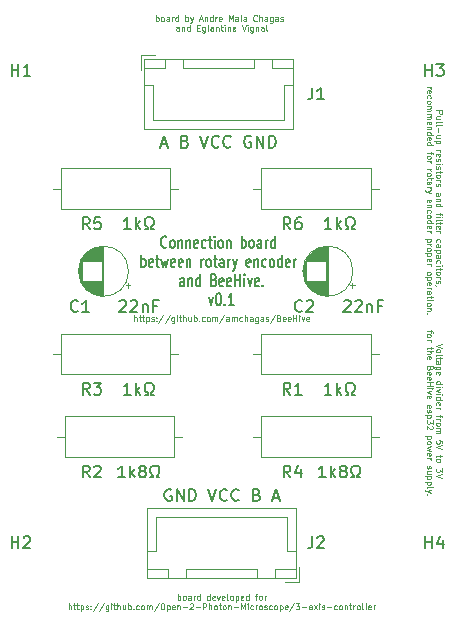
<source format=gbr>
%TF.GenerationSoftware,KiCad,Pcbnew,(6.0.6)*%
%TF.CreationDate,2022-08-24T10:35:02+01:00*%
%TF.ProjectId,board2,626f6172-6432-42e6-9b69-6361645f7063,rev?*%
%TF.SameCoordinates,Original*%
%TF.FileFunction,Legend,Top*%
%TF.FilePolarity,Positive*%
%FSLAX46Y46*%
G04 Gerber Fmt 4.6, Leading zero omitted, Abs format (unit mm)*
G04 Created by KiCad (PCBNEW (6.0.6)) date 2022-08-24 10:35:02*
%MOMM*%
%LPD*%
G01*
G04 APERTURE LIST*
%ADD10C,0.150000*%
%ADD11C,0.125000*%
%ADD12C,0.120000*%
G04 APERTURE END LIST*
D10*
X56339285Y-89942142D02*
X56303571Y-89989761D01*
X56196428Y-90037380D01*
X56125000Y-90037380D01*
X56017857Y-89989761D01*
X55946428Y-89894523D01*
X55910714Y-89799285D01*
X55875000Y-89608809D01*
X55875000Y-89465952D01*
X55910714Y-89275476D01*
X55946428Y-89180238D01*
X56017857Y-89085000D01*
X56125000Y-89037380D01*
X56196428Y-89037380D01*
X56303571Y-89085000D01*
X56339285Y-89132619D01*
X56767857Y-90037380D02*
X56696428Y-89989761D01*
X56660714Y-89942142D01*
X56625000Y-89846904D01*
X56625000Y-89561190D01*
X56660714Y-89465952D01*
X56696428Y-89418333D01*
X56767857Y-89370714D01*
X56875000Y-89370714D01*
X56946428Y-89418333D01*
X56982142Y-89465952D01*
X57017857Y-89561190D01*
X57017857Y-89846904D01*
X56982142Y-89942142D01*
X56946428Y-89989761D01*
X56875000Y-90037380D01*
X56767857Y-90037380D01*
X57339285Y-89370714D02*
X57339285Y-90037380D01*
X57339285Y-89465952D02*
X57375000Y-89418333D01*
X57446428Y-89370714D01*
X57553571Y-89370714D01*
X57625000Y-89418333D01*
X57660714Y-89513571D01*
X57660714Y-90037380D01*
X58017857Y-89370714D02*
X58017857Y-90037380D01*
X58017857Y-89465952D02*
X58053571Y-89418333D01*
X58125000Y-89370714D01*
X58232142Y-89370714D01*
X58303571Y-89418333D01*
X58339285Y-89513571D01*
X58339285Y-90037380D01*
X58982142Y-89989761D02*
X58910714Y-90037380D01*
X58767857Y-90037380D01*
X58696428Y-89989761D01*
X58660714Y-89894523D01*
X58660714Y-89513571D01*
X58696428Y-89418333D01*
X58767857Y-89370714D01*
X58910714Y-89370714D01*
X58982142Y-89418333D01*
X59017857Y-89513571D01*
X59017857Y-89608809D01*
X58660714Y-89704047D01*
X59660714Y-89989761D02*
X59589285Y-90037380D01*
X59446428Y-90037380D01*
X59375000Y-89989761D01*
X59339285Y-89942142D01*
X59303571Y-89846904D01*
X59303571Y-89561190D01*
X59339285Y-89465952D01*
X59375000Y-89418333D01*
X59446428Y-89370714D01*
X59589285Y-89370714D01*
X59660714Y-89418333D01*
X59875000Y-89370714D02*
X60160714Y-89370714D01*
X59982142Y-89037380D02*
X59982142Y-89894523D01*
X60017857Y-89989761D01*
X60089285Y-90037380D01*
X60160714Y-90037380D01*
X60410714Y-90037380D02*
X60410714Y-89370714D01*
X60410714Y-89037380D02*
X60375000Y-89085000D01*
X60410714Y-89132619D01*
X60446428Y-89085000D01*
X60410714Y-89037380D01*
X60410714Y-89132619D01*
X60875000Y-90037380D02*
X60803571Y-89989761D01*
X60767857Y-89942142D01*
X60732142Y-89846904D01*
X60732142Y-89561190D01*
X60767857Y-89465952D01*
X60803571Y-89418333D01*
X60875000Y-89370714D01*
X60982142Y-89370714D01*
X61053571Y-89418333D01*
X61089285Y-89465952D01*
X61125000Y-89561190D01*
X61125000Y-89846904D01*
X61089285Y-89942142D01*
X61053571Y-89989761D01*
X60982142Y-90037380D01*
X60875000Y-90037380D01*
X61446428Y-89370714D02*
X61446428Y-90037380D01*
X61446428Y-89465952D02*
X61482142Y-89418333D01*
X61553571Y-89370714D01*
X61660714Y-89370714D01*
X61732142Y-89418333D01*
X61767857Y-89513571D01*
X61767857Y-90037380D01*
X62696428Y-90037380D02*
X62696428Y-89037380D01*
X62696428Y-89418333D02*
X62767857Y-89370714D01*
X62910714Y-89370714D01*
X62982142Y-89418333D01*
X63017857Y-89465952D01*
X63053571Y-89561190D01*
X63053571Y-89846904D01*
X63017857Y-89942142D01*
X62982142Y-89989761D01*
X62910714Y-90037380D01*
X62767857Y-90037380D01*
X62696428Y-89989761D01*
X63482142Y-90037380D02*
X63410714Y-89989761D01*
X63375000Y-89942142D01*
X63339285Y-89846904D01*
X63339285Y-89561190D01*
X63375000Y-89465952D01*
X63410714Y-89418333D01*
X63482142Y-89370714D01*
X63589285Y-89370714D01*
X63660714Y-89418333D01*
X63696428Y-89465952D01*
X63732142Y-89561190D01*
X63732142Y-89846904D01*
X63696428Y-89942142D01*
X63660714Y-89989761D01*
X63589285Y-90037380D01*
X63482142Y-90037380D01*
X64375000Y-90037380D02*
X64375000Y-89513571D01*
X64339285Y-89418333D01*
X64267857Y-89370714D01*
X64125000Y-89370714D01*
X64053571Y-89418333D01*
X64375000Y-89989761D02*
X64303571Y-90037380D01*
X64125000Y-90037380D01*
X64053571Y-89989761D01*
X64017857Y-89894523D01*
X64017857Y-89799285D01*
X64053571Y-89704047D01*
X64125000Y-89656428D01*
X64303571Y-89656428D01*
X64375000Y-89608809D01*
X64732142Y-90037380D02*
X64732142Y-89370714D01*
X64732142Y-89561190D02*
X64767857Y-89465952D01*
X64803571Y-89418333D01*
X64875000Y-89370714D01*
X64946428Y-89370714D01*
X65517857Y-90037380D02*
X65517857Y-89037380D01*
X65517857Y-89989761D02*
X65446428Y-90037380D01*
X65303571Y-90037380D01*
X65232142Y-89989761D01*
X65196428Y-89942142D01*
X65160714Y-89846904D01*
X65160714Y-89561190D01*
X65196428Y-89465952D01*
X65232142Y-89418333D01*
X65303571Y-89370714D01*
X65446428Y-89370714D01*
X65517857Y-89418333D01*
X54214285Y-91647380D02*
X54214285Y-90647380D01*
X54214285Y-91028333D02*
X54285714Y-90980714D01*
X54428571Y-90980714D01*
X54500000Y-91028333D01*
X54535714Y-91075952D01*
X54571428Y-91171190D01*
X54571428Y-91456904D01*
X54535714Y-91552142D01*
X54500000Y-91599761D01*
X54428571Y-91647380D01*
X54285714Y-91647380D01*
X54214285Y-91599761D01*
X55178571Y-91599761D02*
X55107142Y-91647380D01*
X54964285Y-91647380D01*
X54892857Y-91599761D01*
X54857142Y-91504523D01*
X54857142Y-91123571D01*
X54892857Y-91028333D01*
X54964285Y-90980714D01*
X55107142Y-90980714D01*
X55178571Y-91028333D01*
X55214285Y-91123571D01*
X55214285Y-91218809D01*
X54857142Y-91314047D01*
X55428571Y-90980714D02*
X55714285Y-90980714D01*
X55535714Y-90647380D02*
X55535714Y-91504523D01*
X55571428Y-91599761D01*
X55642857Y-91647380D01*
X55714285Y-91647380D01*
X55892857Y-90980714D02*
X56035714Y-91647380D01*
X56178571Y-91171190D01*
X56321428Y-91647380D01*
X56464285Y-90980714D01*
X57035714Y-91599761D02*
X56964285Y-91647380D01*
X56821428Y-91647380D01*
X56750000Y-91599761D01*
X56714285Y-91504523D01*
X56714285Y-91123571D01*
X56750000Y-91028333D01*
X56821428Y-90980714D01*
X56964285Y-90980714D01*
X57035714Y-91028333D01*
X57071428Y-91123571D01*
X57071428Y-91218809D01*
X56714285Y-91314047D01*
X57678571Y-91599761D02*
X57607142Y-91647380D01*
X57464285Y-91647380D01*
X57392857Y-91599761D01*
X57357142Y-91504523D01*
X57357142Y-91123571D01*
X57392857Y-91028333D01*
X57464285Y-90980714D01*
X57607142Y-90980714D01*
X57678571Y-91028333D01*
X57714285Y-91123571D01*
X57714285Y-91218809D01*
X57357142Y-91314047D01*
X58035714Y-90980714D02*
X58035714Y-91647380D01*
X58035714Y-91075952D02*
X58071428Y-91028333D01*
X58142857Y-90980714D01*
X58250000Y-90980714D01*
X58321428Y-91028333D01*
X58357142Y-91123571D01*
X58357142Y-91647380D01*
X59285714Y-91647380D02*
X59285714Y-90980714D01*
X59285714Y-91171190D02*
X59321428Y-91075952D01*
X59357142Y-91028333D01*
X59428571Y-90980714D01*
X59500000Y-90980714D01*
X59857142Y-91647380D02*
X59785714Y-91599761D01*
X59750000Y-91552142D01*
X59714285Y-91456904D01*
X59714285Y-91171190D01*
X59750000Y-91075952D01*
X59785714Y-91028333D01*
X59857142Y-90980714D01*
X59964285Y-90980714D01*
X60035714Y-91028333D01*
X60071428Y-91075952D01*
X60107142Y-91171190D01*
X60107142Y-91456904D01*
X60071428Y-91552142D01*
X60035714Y-91599761D01*
X59964285Y-91647380D01*
X59857142Y-91647380D01*
X60321428Y-90980714D02*
X60607142Y-90980714D01*
X60428571Y-90647380D02*
X60428571Y-91504523D01*
X60464285Y-91599761D01*
X60535714Y-91647380D01*
X60607142Y-91647380D01*
X61178571Y-91647380D02*
X61178571Y-91123571D01*
X61142857Y-91028333D01*
X61071428Y-90980714D01*
X60928571Y-90980714D01*
X60857142Y-91028333D01*
X61178571Y-91599761D02*
X61107142Y-91647380D01*
X60928571Y-91647380D01*
X60857142Y-91599761D01*
X60821428Y-91504523D01*
X60821428Y-91409285D01*
X60857142Y-91314047D01*
X60928571Y-91266428D01*
X61107142Y-91266428D01*
X61178571Y-91218809D01*
X61535714Y-91647380D02*
X61535714Y-90980714D01*
X61535714Y-91171190D02*
X61571428Y-91075952D01*
X61607142Y-91028333D01*
X61678571Y-90980714D01*
X61750000Y-90980714D01*
X61928571Y-90980714D02*
X62107142Y-91647380D01*
X62285714Y-90980714D02*
X62107142Y-91647380D01*
X62035714Y-91885476D01*
X62000000Y-91933095D01*
X61928571Y-91980714D01*
X63428571Y-91599761D02*
X63357142Y-91647380D01*
X63214285Y-91647380D01*
X63142857Y-91599761D01*
X63107142Y-91504523D01*
X63107142Y-91123571D01*
X63142857Y-91028333D01*
X63214285Y-90980714D01*
X63357142Y-90980714D01*
X63428571Y-91028333D01*
X63464285Y-91123571D01*
X63464285Y-91218809D01*
X63107142Y-91314047D01*
X63785714Y-90980714D02*
X63785714Y-91647380D01*
X63785714Y-91075952D02*
X63821428Y-91028333D01*
X63892857Y-90980714D01*
X64000000Y-90980714D01*
X64071428Y-91028333D01*
X64107142Y-91123571D01*
X64107142Y-91647380D01*
X64785714Y-91599761D02*
X64714285Y-91647380D01*
X64571428Y-91647380D01*
X64500000Y-91599761D01*
X64464285Y-91552142D01*
X64428571Y-91456904D01*
X64428571Y-91171190D01*
X64464285Y-91075952D01*
X64500000Y-91028333D01*
X64571428Y-90980714D01*
X64714285Y-90980714D01*
X64785714Y-91028333D01*
X65214285Y-91647380D02*
X65142857Y-91599761D01*
X65107142Y-91552142D01*
X65071428Y-91456904D01*
X65071428Y-91171190D01*
X65107142Y-91075952D01*
X65142857Y-91028333D01*
X65214285Y-90980714D01*
X65321428Y-90980714D01*
X65392857Y-91028333D01*
X65428571Y-91075952D01*
X65464285Y-91171190D01*
X65464285Y-91456904D01*
X65428571Y-91552142D01*
X65392857Y-91599761D01*
X65321428Y-91647380D01*
X65214285Y-91647380D01*
X66107142Y-91647380D02*
X66107142Y-90647380D01*
X66107142Y-91599761D02*
X66035714Y-91647380D01*
X65892857Y-91647380D01*
X65821428Y-91599761D01*
X65785714Y-91552142D01*
X65750000Y-91456904D01*
X65750000Y-91171190D01*
X65785714Y-91075952D01*
X65821428Y-91028333D01*
X65892857Y-90980714D01*
X66035714Y-90980714D01*
X66107142Y-91028333D01*
X66750000Y-91599761D02*
X66678571Y-91647380D01*
X66535714Y-91647380D01*
X66464285Y-91599761D01*
X66428571Y-91504523D01*
X66428571Y-91123571D01*
X66464285Y-91028333D01*
X66535714Y-90980714D01*
X66678571Y-90980714D01*
X66750000Y-91028333D01*
X66785714Y-91123571D01*
X66785714Y-91218809D01*
X66428571Y-91314047D01*
X67107142Y-91647380D02*
X67107142Y-90980714D01*
X67107142Y-91171190D02*
X67142857Y-91075952D01*
X67178571Y-91028333D01*
X67250000Y-90980714D01*
X67321428Y-90980714D01*
X57821428Y-93257380D02*
X57821428Y-92733571D01*
X57785714Y-92638333D01*
X57714285Y-92590714D01*
X57571428Y-92590714D01*
X57500000Y-92638333D01*
X57821428Y-93209761D02*
X57750000Y-93257380D01*
X57571428Y-93257380D01*
X57500000Y-93209761D01*
X57464285Y-93114523D01*
X57464285Y-93019285D01*
X57500000Y-92924047D01*
X57571428Y-92876428D01*
X57750000Y-92876428D01*
X57821428Y-92828809D01*
X58178571Y-92590714D02*
X58178571Y-93257380D01*
X58178571Y-92685952D02*
X58214285Y-92638333D01*
X58285714Y-92590714D01*
X58392857Y-92590714D01*
X58464285Y-92638333D01*
X58500000Y-92733571D01*
X58500000Y-93257380D01*
X59178571Y-93257380D02*
X59178571Y-92257380D01*
X59178571Y-93209761D02*
X59107142Y-93257380D01*
X58964285Y-93257380D01*
X58892857Y-93209761D01*
X58857142Y-93162142D01*
X58821428Y-93066904D01*
X58821428Y-92781190D01*
X58857142Y-92685952D01*
X58892857Y-92638333D01*
X58964285Y-92590714D01*
X59107142Y-92590714D01*
X59178571Y-92638333D01*
X60357142Y-92733571D02*
X60464285Y-92781190D01*
X60500000Y-92828809D01*
X60535714Y-92924047D01*
X60535714Y-93066904D01*
X60500000Y-93162142D01*
X60464285Y-93209761D01*
X60392857Y-93257380D01*
X60107142Y-93257380D01*
X60107142Y-92257380D01*
X60357142Y-92257380D01*
X60428571Y-92305000D01*
X60464285Y-92352619D01*
X60500000Y-92447857D01*
X60500000Y-92543095D01*
X60464285Y-92638333D01*
X60428571Y-92685952D01*
X60357142Y-92733571D01*
X60107142Y-92733571D01*
X61142857Y-93209761D02*
X61071428Y-93257380D01*
X60928571Y-93257380D01*
X60857142Y-93209761D01*
X60821428Y-93114523D01*
X60821428Y-92733571D01*
X60857142Y-92638333D01*
X60928571Y-92590714D01*
X61071428Y-92590714D01*
X61142857Y-92638333D01*
X61178571Y-92733571D01*
X61178571Y-92828809D01*
X60821428Y-92924047D01*
X61785714Y-93209761D02*
X61714285Y-93257380D01*
X61571428Y-93257380D01*
X61500000Y-93209761D01*
X61464285Y-93114523D01*
X61464285Y-92733571D01*
X61500000Y-92638333D01*
X61571428Y-92590714D01*
X61714285Y-92590714D01*
X61785714Y-92638333D01*
X61821428Y-92733571D01*
X61821428Y-92828809D01*
X61464285Y-92924047D01*
X62142857Y-93257380D02*
X62142857Y-92257380D01*
X62142857Y-92733571D02*
X62571428Y-92733571D01*
X62571428Y-93257380D02*
X62571428Y-92257380D01*
X62928571Y-93257380D02*
X62928571Y-92590714D01*
X62928571Y-92257380D02*
X62892857Y-92305000D01*
X62928571Y-92352619D01*
X62964285Y-92305000D01*
X62928571Y-92257380D01*
X62928571Y-92352619D01*
X63214285Y-92590714D02*
X63392857Y-93257380D01*
X63571428Y-92590714D01*
X64142857Y-93209761D02*
X64071428Y-93257380D01*
X63928571Y-93257380D01*
X63857142Y-93209761D01*
X63821428Y-93114523D01*
X63821428Y-92733571D01*
X63857142Y-92638333D01*
X63928571Y-92590714D01*
X64071428Y-92590714D01*
X64142857Y-92638333D01*
X64178571Y-92733571D01*
X64178571Y-92828809D01*
X63821428Y-92924047D01*
X64500000Y-93162142D02*
X64535714Y-93209761D01*
X64500000Y-93257380D01*
X64464285Y-93209761D01*
X64500000Y-93162142D01*
X64500000Y-93257380D01*
X59928571Y-94200714D02*
X60107142Y-94867380D01*
X60285714Y-94200714D01*
X60714285Y-93867380D02*
X60785714Y-93867380D01*
X60857142Y-93915000D01*
X60892857Y-93962619D01*
X60928571Y-94057857D01*
X60964285Y-94248333D01*
X60964285Y-94486428D01*
X60928571Y-94676904D01*
X60892857Y-94772142D01*
X60857142Y-94819761D01*
X60785714Y-94867380D01*
X60714285Y-94867380D01*
X60642857Y-94819761D01*
X60607142Y-94772142D01*
X60571428Y-94676904D01*
X60535714Y-94486428D01*
X60535714Y-94248333D01*
X60571428Y-94057857D01*
X60607142Y-93962619D01*
X60642857Y-93915000D01*
X60714285Y-93867380D01*
X61285714Y-94772142D02*
X61321428Y-94819761D01*
X61285714Y-94867380D01*
X61250000Y-94819761D01*
X61285714Y-94772142D01*
X61285714Y-94867380D01*
X62035714Y-94867380D02*
X61607142Y-94867380D01*
X61821428Y-94867380D02*
X61821428Y-93867380D01*
X61750000Y-94010238D01*
X61678571Y-94105476D01*
X61607142Y-94153095D01*
D11*
X79176309Y-78392857D02*
X79676309Y-78392857D01*
X79676309Y-78583333D01*
X79652500Y-78630952D01*
X79628690Y-78654761D01*
X79581071Y-78678571D01*
X79509642Y-78678571D01*
X79462023Y-78654761D01*
X79438214Y-78630952D01*
X79414404Y-78583333D01*
X79414404Y-78392857D01*
X79509642Y-79107142D02*
X79176309Y-79107142D01*
X79509642Y-78892857D02*
X79247738Y-78892857D01*
X79200119Y-78916666D01*
X79176309Y-78964285D01*
X79176309Y-79035714D01*
X79200119Y-79083333D01*
X79223928Y-79107142D01*
X79176309Y-79416666D02*
X79200119Y-79369047D01*
X79247738Y-79345238D01*
X79676309Y-79345238D01*
X79176309Y-79678571D02*
X79200119Y-79630952D01*
X79247738Y-79607142D01*
X79676309Y-79607142D01*
X79366785Y-79869047D02*
X79366785Y-80250000D01*
X79509642Y-80702380D02*
X79176309Y-80702380D01*
X79509642Y-80488095D02*
X79247738Y-80488095D01*
X79200119Y-80511904D01*
X79176309Y-80559523D01*
X79176309Y-80630952D01*
X79200119Y-80678571D01*
X79223928Y-80702380D01*
X79509642Y-80940476D02*
X79009642Y-80940476D01*
X79485833Y-80940476D02*
X79509642Y-80988095D01*
X79509642Y-81083333D01*
X79485833Y-81130952D01*
X79462023Y-81154761D01*
X79414404Y-81178571D01*
X79271547Y-81178571D01*
X79223928Y-81154761D01*
X79200119Y-81130952D01*
X79176309Y-81083333D01*
X79176309Y-80988095D01*
X79200119Y-80940476D01*
X79176309Y-81773809D02*
X79509642Y-81773809D01*
X79414404Y-81773809D02*
X79462023Y-81797619D01*
X79485833Y-81821428D01*
X79509642Y-81869047D01*
X79509642Y-81916666D01*
X79200119Y-82273809D02*
X79176309Y-82226190D01*
X79176309Y-82130952D01*
X79200119Y-82083333D01*
X79247738Y-82059523D01*
X79438214Y-82059523D01*
X79485833Y-82083333D01*
X79509642Y-82130952D01*
X79509642Y-82226190D01*
X79485833Y-82273809D01*
X79438214Y-82297619D01*
X79390595Y-82297619D01*
X79342976Y-82059523D01*
X79200119Y-82488095D02*
X79176309Y-82535714D01*
X79176309Y-82630952D01*
X79200119Y-82678571D01*
X79247738Y-82702380D01*
X79271547Y-82702380D01*
X79319166Y-82678571D01*
X79342976Y-82630952D01*
X79342976Y-82559523D01*
X79366785Y-82511904D01*
X79414404Y-82488095D01*
X79438214Y-82488095D01*
X79485833Y-82511904D01*
X79509642Y-82559523D01*
X79509642Y-82630952D01*
X79485833Y-82678571D01*
X79176309Y-82916666D02*
X79509642Y-82916666D01*
X79676309Y-82916666D02*
X79652500Y-82892857D01*
X79628690Y-82916666D01*
X79652500Y-82940476D01*
X79676309Y-82916666D01*
X79628690Y-82916666D01*
X79200119Y-83130952D02*
X79176309Y-83178571D01*
X79176309Y-83273809D01*
X79200119Y-83321428D01*
X79247738Y-83345238D01*
X79271547Y-83345238D01*
X79319166Y-83321428D01*
X79342976Y-83273809D01*
X79342976Y-83202380D01*
X79366785Y-83154761D01*
X79414404Y-83130952D01*
X79438214Y-83130952D01*
X79485833Y-83154761D01*
X79509642Y-83202380D01*
X79509642Y-83273809D01*
X79485833Y-83321428D01*
X79509642Y-83488095D02*
X79509642Y-83678571D01*
X79676309Y-83559523D02*
X79247738Y-83559523D01*
X79200119Y-83583333D01*
X79176309Y-83630952D01*
X79176309Y-83678571D01*
X79176309Y-83916666D02*
X79200119Y-83869047D01*
X79223928Y-83845238D01*
X79271547Y-83821428D01*
X79414404Y-83821428D01*
X79462023Y-83845238D01*
X79485833Y-83869047D01*
X79509642Y-83916666D01*
X79509642Y-83988095D01*
X79485833Y-84035714D01*
X79462023Y-84059523D01*
X79414404Y-84083333D01*
X79271547Y-84083333D01*
X79223928Y-84059523D01*
X79200119Y-84035714D01*
X79176309Y-83988095D01*
X79176309Y-83916666D01*
X79176309Y-84297619D02*
X79509642Y-84297619D01*
X79414404Y-84297619D02*
X79462023Y-84321428D01*
X79485833Y-84345238D01*
X79509642Y-84392857D01*
X79509642Y-84440476D01*
X79200119Y-84583333D02*
X79176309Y-84630952D01*
X79176309Y-84726190D01*
X79200119Y-84773809D01*
X79247738Y-84797619D01*
X79271547Y-84797619D01*
X79319166Y-84773809D01*
X79342976Y-84726190D01*
X79342976Y-84654761D01*
X79366785Y-84607142D01*
X79414404Y-84583333D01*
X79438214Y-84583333D01*
X79485833Y-84607142D01*
X79509642Y-84654761D01*
X79509642Y-84726190D01*
X79485833Y-84773809D01*
X79176309Y-85607142D02*
X79438214Y-85607142D01*
X79485833Y-85583333D01*
X79509642Y-85535714D01*
X79509642Y-85440476D01*
X79485833Y-85392857D01*
X79200119Y-85607142D02*
X79176309Y-85559523D01*
X79176309Y-85440476D01*
X79200119Y-85392857D01*
X79247738Y-85369047D01*
X79295357Y-85369047D01*
X79342976Y-85392857D01*
X79366785Y-85440476D01*
X79366785Y-85559523D01*
X79390595Y-85607142D01*
X79509642Y-85845238D02*
X79176309Y-85845238D01*
X79462023Y-85845238D02*
X79485833Y-85869047D01*
X79509642Y-85916666D01*
X79509642Y-85988095D01*
X79485833Y-86035714D01*
X79438214Y-86059523D01*
X79176309Y-86059523D01*
X79176309Y-86511904D02*
X79676309Y-86511904D01*
X79200119Y-86511904D02*
X79176309Y-86464285D01*
X79176309Y-86369047D01*
X79200119Y-86321428D01*
X79223928Y-86297619D01*
X79271547Y-86273809D01*
X79414404Y-86273809D01*
X79462023Y-86297619D01*
X79485833Y-86321428D01*
X79509642Y-86369047D01*
X79509642Y-86464285D01*
X79485833Y-86511904D01*
X79509642Y-87059523D02*
X79509642Y-87250000D01*
X79176309Y-87130952D02*
X79604880Y-87130952D01*
X79652500Y-87154761D01*
X79676309Y-87202380D01*
X79676309Y-87250000D01*
X79176309Y-87416666D02*
X79509642Y-87416666D01*
X79676309Y-87416666D02*
X79652500Y-87392857D01*
X79628690Y-87416666D01*
X79652500Y-87440476D01*
X79676309Y-87416666D01*
X79628690Y-87416666D01*
X79176309Y-87726190D02*
X79200119Y-87678571D01*
X79247738Y-87654761D01*
X79676309Y-87654761D01*
X79509642Y-87845238D02*
X79509642Y-88035714D01*
X79676309Y-87916666D02*
X79247738Y-87916666D01*
X79200119Y-87940476D01*
X79176309Y-87988095D01*
X79176309Y-88035714D01*
X79200119Y-88392857D02*
X79176309Y-88345238D01*
X79176309Y-88250000D01*
X79200119Y-88202380D01*
X79247738Y-88178571D01*
X79438214Y-88178571D01*
X79485833Y-88202380D01*
X79509642Y-88250000D01*
X79509642Y-88345238D01*
X79485833Y-88392857D01*
X79438214Y-88416666D01*
X79390595Y-88416666D01*
X79342976Y-88178571D01*
X79176309Y-88630952D02*
X79509642Y-88630952D01*
X79414404Y-88630952D02*
X79462023Y-88654761D01*
X79485833Y-88678571D01*
X79509642Y-88726190D01*
X79509642Y-88773809D01*
X79200119Y-89535714D02*
X79176309Y-89488095D01*
X79176309Y-89392857D01*
X79200119Y-89345238D01*
X79223928Y-89321428D01*
X79271547Y-89297619D01*
X79414404Y-89297619D01*
X79462023Y-89321428D01*
X79485833Y-89345238D01*
X79509642Y-89392857D01*
X79509642Y-89488095D01*
X79485833Y-89535714D01*
X79176309Y-89964285D02*
X79438214Y-89964285D01*
X79485833Y-89940476D01*
X79509642Y-89892857D01*
X79509642Y-89797619D01*
X79485833Y-89750000D01*
X79200119Y-89964285D02*
X79176309Y-89916666D01*
X79176309Y-89797619D01*
X79200119Y-89750000D01*
X79247738Y-89726190D01*
X79295357Y-89726190D01*
X79342976Y-89750000D01*
X79366785Y-89797619D01*
X79366785Y-89916666D01*
X79390595Y-89964285D01*
X79509642Y-90202380D02*
X79009642Y-90202380D01*
X79485833Y-90202380D02*
X79509642Y-90250000D01*
X79509642Y-90345238D01*
X79485833Y-90392857D01*
X79462023Y-90416666D01*
X79414404Y-90440476D01*
X79271547Y-90440476D01*
X79223928Y-90416666D01*
X79200119Y-90392857D01*
X79176309Y-90345238D01*
X79176309Y-90250000D01*
X79200119Y-90202380D01*
X79176309Y-90869047D02*
X79438214Y-90869047D01*
X79485833Y-90845238D01*
X79509642Y-90797619D01*
X79509642Y-90702380D01*
X79485833Y-90654761D01*
X79200119Y-90869047D02*
X79176309Y-90821428D01*
X79176309Y-90702380D01*
X79200119Y-90654761D01*
X79247738Y-90630952D01*
X79295357Y-90630952D01*
X79342976Y-90654761D01*
X79366785Y-90702380D01*
X79366785Y-90821428D01*
X79390595Y-90869047D01*
X79200119Y-91321428D02*
X79176309Y-91273809D01*
X79176309Y-91178571D01*
X79200119Y-91130952D01*
X79223928Y-91107142D01*
X79271547Y-91083333D01*
X79414404Y-91083333D01*
X79462023Y-91107142D01*
X79485833Y-91130952D01*
X79509642Y-91178571D01*
X79509642Y-91273809D01*
X79485833Y-91321428D01*
X79176309Y-91535714D02*
X79509642Y-91535714D01*
X79676309Y-91535714D02*
X79652500Y-91511904D01*
X79628690Y-91535714D01*
X79652500Y-91559523D01*
X79676309Y-91535714D01*
X79628690Y-91535714D01*
X79509642Y-91702380D02*
X79509642Y-91892857D01*
X79676309Y-91773809D02*
X79247738Y-91773809D01*
X79200119Y-91797619D01*
X79176309Y-91845238D01*
X79176309Y-91892857D01*
X79176309Y-92130952D02*
X79200119Y-92083333D01*
X79223928Y-92059523D01*
X79271547Y-92035714D01*
X79414404Y-92035714D01*
X79462023Y-92059523D01*
X79485833Y-92083333D01*
X79509642Y-92130952D01*
X79509642Y-92202380D01*
X79485833Y-92250000D01*
X79462023Y-92273809D01*
X79414404Y-92297619D01*
X79271547Y-92297619D01*
X79223928Y-92273809D01*
X79200119Y-92250000D01*
X79176309Y-92202380D01*
X79176309Y-92130952D01*
X79176309Y-92511904D02*
X79509642Y-92511904D01*
X79414404Y-92511904D02*
X79462023Y-92535714D01*
X79485833Y-92559523D01*
X79509642Y-92607142D01*
X79509642Y-92654761D01*
X79200119Y-92797619D02*
X79176309Y-92845238D01*
X79176309Y-92940476D01*
X79200119Y-92988095D01*
X79247738Y-93011904D01*
X79271547Y-93011904D01*
X79319166Y-92988095D01*
X79342976Y-92940476D01*
X79342976Y-92869047D01*
X79366785Y-92821428D01*
X79414404Y-92797619D01*
X79438214Y-92797619D01*
X79485833Y-92821428D01*
X79509642Y-92869047D01*
X79509642Y-92940476D01*
X79485833Y-92988095D01*
X79200119Y-93250000D02*
X79176309Y-93250000D01*
X79128690Y-93226190D01*
X79104880Y-93202380D01*
X78371309Y-76404761D02*
X78704642Y-76404761D01*
X78609404Y-76404761D02*
X78657023Y-76428571D01*
X78680833Y-76452380D01*
X78704642Y-76500000D01*
X78704642Y-76547619D01*
X78395119Y-76904761D02*
X78371309Y-76857142D01*
X78371309Y-76761904D01*
X78395119Y-76714285D01*
X78442738Y-76690476D01*
X78633214Y-76690476D01*
X78680833Y-76714285D01*
X78704642Y-76761904D01*
X78704642Y-76857142D01*
X78680833Y-76904761D01*
X78633214Y-76928571D01*
X78585595Y-76928571D01*
X78537976Y-76690476D01*
X78395119Y-77357142D02*
X78371309Y-77309523D01*
X78371309Y-77214285D01*
X78395119Y-77166666D01*
X78418928Y-77142857D01*
X78466547Y-77119047D01*
X78609404Y-77119047D01*
X78657023Y-77142857D01*
X78680833Y-77166666D01*
X78704642Y-77214285D01*
X78704642Y-77309523D01*
X78680833Y-77357142D01*
X78371309Y-77642857D02*
X78395119Y-77595238D01*
X78418928Y-77571428D01*
X78466547Y-77547619D01*
X78609404Y-77547619D01*
X78657023Y-77571428D01*
X78680833Y-77595238D01*
X78704642Y-77642857D01*
X78704642Y-77714285D01*
X78680833Y-77761904D01*
X78657023Y-77785714D01*
X78609404Y-77809523D01*
X78466547Y-77809523D01*
X78418928Y-77785714D01*
X78395119Y-77761904D01*
X78371309Y-77714285D01*
X78371309Y-77642857D01*
X78371309Y-78023809D02*
X78704642Y-78023809D01*
X78657023Y-78023809D02*
X78680833Y-78047619D01*
X78704642Y-78095238D01*
X78704642Y-78166666D01*
X78680833Y-78214285D01*
X78633214Y-78238095D01*
X78371309Y-78238095D01*
X78633214Y-78238095D02*
X78680833Y-78261904D01*
X78704642Y-78309523D01*
X78704642Y-78380952D01*
X78680833Y-78428571D01*
X78633214Y-78452380D01*
X78371309Y-78452380D01*
X78371309Y-78690476D02*
X78704642Y-78690476D01*
X78657023Y-78690476D02*
X78680833Y-78714285D01*
X78704642Y-78761904D01*
X78704642Y-78833333D01*
X78680833Y-78880952D01*
X78633214Y-78904761D01*
X78371309Y-78904761D01*
X78633214Y-78904761D02*
X78680833Y-78928571D01*
X78704642Y-78976190D01*
X78704642Y-79047619D01*
X78680833Y-79095238D01*
X78633214Y-79119047D01*
X78371309Y-79119047D01*
X78395119Y-79547619D02*
X78371309Y-79500000D01*
X78371309Y-79404761D01*
X78395119Y-79357142D01*
X78442738Y-79333333D01*
X78633214Y-79333333D01*
X78680833Y-79357142D01*
X78704642Y-79404761D01*
X78704642Y-79500000D01*
X78680833Y-79547619D01*
X78633214Y-79571428D01*
X78585595Y-79571428D01*
X78537976Y-79333333D01*
X78704642Y-79785714D02*
X78371309Y-79785714D01*
X78657023Y-79785714D02*
X78680833Y-79809523D01*
X78704642Y-79857142D01*
X78704642Y-79928571D01*
X78680833Y-79976190D01*
X78633214Y-80000000D01*
X78371309Y-80000000D01*
X78371309Y-80452380D02*
X78871309Y-80452380D01*
X78395119Y-80452380D02*
X78371309Y-80404761D01*
X78371309Y-80309523D01*
X78395119Y-80261904D01*
X78418928Y-80238095D01*
X78466547Y-80214285D01*
X78609404Y-80214285D01*
X78657023Y-80238095D01*
X78680833Y-80261904D01*
X78704642Y-80309523D01*
X78704642Y-80404761D01*
X78680833Y-80452380D01*
X78395119Y-80880952D02*
X78371309Y-80833333D01*
X78371309Y-80738095D01*
X78395119Y-80690476D01*
X78442738Y-80666666D01*
X78633214Y-80666666D01*
X78680833Y-80690476D01*
X78704642Y-80738095D01*
X78704642Y-80833333D01*
X78680833Y-80880952D01*
X78633214Y-80904761D01*
X78585595Y-80904761D01*
X78537976Y-80666666D01*
X78371309Y-81333333D02*
X78871309Y-81333333D01*
X78395119Y-81333333D02*
X78371309Y-81285714D01*
X78371309Y-81190476D01*
X78395119Y-81142857D01*
X78418928Y-81119047D01*
X78466547Y-81095238D01*
X78609404Y-81095238D01*
X78657023Y-81119047D01*
X78680833Y-81142857D01*
X78704642Y-81190476D01*
X78704642Y-81285714D01*
X78680833Y-81333333D01*
X78704642Y-81880952D02*
X78704642Y-82071428D01*
X78371309Y-81952380D02*
X78799880Y-81952380D01*
X78847500Y-81976190D01*
X78871309Y-82023809D01*
X78871309Y-82071428D01*
X78371309Y-82309523D02*
X78395119Y-82261904D01*
X78418928Y-82238095D01*
X78466547Y-82214285D01*
X78609404Y-82214285D01*
X78657023Y-82238095D01*
X78680833Y-82261904D01*
X78704642Y-82309523D01*
X78704642Y-82380952D01*
X78680833Y-82428571D01*
X78657023Y-82452380D01*
X78609404Y-82476190D01*
X78466547Y-82476190D01*
X78418928Y-82452380D01*
X78395119Y-82428571D01*
X78371309Y-82380952D01*
X78371309Y-82309523D01*
X78371309Y-82690476D02*
X78704642Y-82690476D01*
X78609404Y-82690476D02*
X78657023Y-82714285D01*
X78680833Y-82738095D01*
X78704642Y-82785714D01*
X78704642Y-82833333D01*
X78371309Y-83380952D02*
X78704642Y-83380952D01*
X78609404Y-83380952D02*
X78657023Y-83404761D01*
X78680833Y-83428571D01*
X78704642Y-83476190D01*
X78704642Y-83523809D01*
X78371309Y-83761904D02*
X78395119Y-83714285D01*
X78418928Y-83690476D01*
X78466547Y-83666666D01*
X78609404Y-83666666D01*
X78657023Y-83690476D01*
X78680833Y-83714285D01*
X78704642Y-83761904D01*
X78704642Y-83833333D01*
X78680833Y-83880952D01*
X78657023Y-83904761D01*
X78609404Y-83928571D01*
X78466547Y-83928571D01*
X78418928Y-83904761D01*
X78395119Y-83880952D01*
X78371309Y-83833333D01*
X78371309Y-83761904D01*
X78704642Y-84071428D02*
X78704642Y-84261904D01*
X78871309Y-84142857D02*
X78442738Y-84142857D01*
X78395119Y-84166666D01*
X78371309Y-84214285D01*
X78371309Y-84261904D01*
X78371309Y-84642857D02*
X78633214Y-84642857D01*
X78680833Y-84619047D01*
X78704642Y-84571428D01*
X78704642Y-84476190D01*
X78680833Y-84428571D01*
X78395119Y-84642857D02*
X78371309Y-84595238D01*
X78371309Y-84476190D01*
X78395119Y-84428571D01*
X78442738Y-84404761D01*
X78490357Y-84404761D01*
X78537976Y-84428571D01*
X78561785Y-84476190D01*
X78561785Y-84595238D01*
X78585595Y-84642857D01*
X78371309Y-84880952D02*
X78704642Y-84880952D01*
X78609404Y-84880952D02*
X78657023Y-84904761D01*
X78680833Y-84928571D01*
X78704642Y-84976190D01*
X78704642Y-85023809D01*
X78704642Y-85142857D02*
X78371309Y-85261904D01*
X78704642Y-85380952D02*
X78371309Y-85261904D01*
X78252261Y-85214285D01*
X78228452Y-85190476D01*
X78204642Y-85142857D01*
X78395119Y-86142857D02*
X78371309Y-86095238D01*
X78371309Y-86000000D01*
X78395119Y-85952380D01*
X78442738Y-85928571D01*
X78633214Y-85928571D01*
X78680833Y-85952380D01*
X78704642Y-86000000D01*
X78704642Y-86095238D01*
X78680833Y-86142857D01*
X78633214Y-86166666D01*
X78585595Y-86166666D01*
X78537976Y-85928571D01*
X78704642Y-86380952D02*
X78371309Y-86380952D01*
X78657023Y-86380952D02*
X78680833Y-86404761D01*
X78704642Y-86452380D01*
X78704642Y-86523809D01*
X78680833Y-86571428D01*
X78633214Y-86595238D01*
X78371309Y-86595238D01*
X78395119Y-87047619D02*
X78371309Y-87000000D01*
X78371309Y-86904761D01*
X78395119Y-86857142D01*
X78418928Y-86833333D01*
X78466547Y-86809523D01*
X78609404Y-86809523D01*
X78657023Y-86833333D01*
X78680833Y-86857142D01*
X78704642Y-86904761D01*
X78704642Y-87000000D01*
X78680833Y-87047619D01*
X78371309Y-87333333D02*
X78395119Y-87285714D01*
X78418928Y-87261904D01*
X78466547Y-87238095D01*
X78609404Y-87238095D01*
X78657023Y-87261904D01*
X78680833Y-87285714D01*
X78704642Y-87333333D01*
X78704642Y-87404761D01*
X78680833Y-87452380D01*
X78657023Y-87476190D01*
X78609404Y-87500000D01*
X78466547Y-87500000D01*
X78418928Y-87476190D01*
X78395119Y-87452380D01*
X78371309Y-87404761D01*
X78371309Y-87333333D01*
X78371309Y-87928571D02*
X78871309Y-87928571D01*
X78395119Y-87928571D02*
X78371309Y-87880952D01*
X78371309Y-87785714D01*
X78395119Y-87738095D01*
X78418928Y-87714285D01*
X78466547Y-87690476D01*
X78609404Y-87690476D01*
X78657023Y-87714285D01*
X78680833Y-87738095D01*
X78704642Y-87785714D01*
X78704642Y-87880952D01*
X78680833Y-87928571D01*
X78395119Y-88357142D02*
X78371309Y-88309523D01*
X78371309Y-88214285D01*
X78395119Y-88166666D01*
X78442738Y-88142857D01*
X78633214Y-88142857D01*
X78680833Y-88166666D01*
X78704642Y-88214285D01*
X78704642Y-88309523D01*
X78680833Y-88357142D01*
X78633214Y-88380952D01*
X78585595Y-88380952D01*
X78537976Y-88142857D01*
X78371309Y-88595238D02*
X78704642Y-88595238D01*
X78609404Y-88595238D02*
X78657023Y-88619047D01*
X78680833Y-88642857D01*
X78704642Y-88690476D01*
X78704642Y-88738095D01*
X78704642Y-89285714D02*
X78204642Y-89285714D01*
X78680833Y-89285714D02*
X78704642Y-89333333D01*
X78704642Y-89428571D01*
X78680833Y-89476190D01*
X78657023Y-89500000D01*
X78609404Y-89523809D01*
X78466547Y-89523809D01*
X78418928Y-89500000D01*
X78395119Y-89476190D01*
X78371309Y-89428571D01*
X78371309Y-89333333D01*
X78395119Y-89285714D01*
X78371309Y-89738095D02*
X78704642Y-89738095D01*
X78609404Y-89738095D02*
X78657023Y-89761904D01*
X78680833Y-89785714D01*
X78704642Y-89833333D01*
X78704642Y-89880952D01*
X78371309Y-90119047D02*
X78395119Y-90071428D01*
X78418928Y-90047619D01*
X78466547Y-90023809D01*
X78609404Y-90023809D01*
X78657023Y-90047619D01*
X78680833Y-90071428D01*
X78704642Y-90119047D01*
X78704642Y-90190476D01*
X78680833Y-90238095D01*
X78657023Y-90261904D01*
X78609404Y-90285714D01*
X78466547Y-90285714D01*
X78418928Y-90261904D01*
X78395119Y-90238095D01*
X78371309Y-90190476D01*
X78371309Y-90119047D01*
X78704642Y-90500000D02*
X78204642Y-90500000D01*
X78680833Y-90500000D02*
X78704642Y-90547619D01*
X78704642Y-90642857D01*
X78680833Y-90690476D01*
X78657023Y-90714285D01*
X78609404Y-90738095D01*
X78466547Y-90738095D01*
X78418928Y-90714285D01*
X78395119Y-90690476D01*
X78371309Y-90642857D01*
X78371309Y-90547619D01*
X78395119Y-90500000D01*
X78395119Y-91142857D02*
X78371309Y-91095238D01*
X78371309Y-90999999D01*
X78395119Y-90952380D01*
X78442738Y-90928571D01*
X78633214Y-90928571D01*
X78680833Y-90952380D01*
X78704642Y-90999999D01*
X78704642Y-91095238D01*
X78680833Y-91142857D01*
X78633214Y-91166666D01*
X78585595Y-91166666D01*
X78537976Y-90928571D01*
X78371309Y-91380952D02*
X78704642Y-91380952D01*
X78609404Y-91380952D02*
X78657023Y-91404761D01*
X78680833Y-91428571D01*
X78704642Y-91476190D01*
X78704642Y-91523809D01*
X78371309Y-92142857D02*
X78395119Y-92095238D01*
X78418928Y-92071428D01*
X78466547Y-92047619D01*
X78609404Y-92047619D01*
X78657023Y-92071428D01*
X78680833Y-92095238D01*
X78704642Y-92142857D01*
X78704642Y-92214285D01*
X78680833Y-92261904D01*
X78657023Y-92285714D01*
X78609404Y-92309523D01*
X78466547Y-92309523D01*
X78418928Y-92285714D01*
X78395119Y-92261904D01*
X78371309Y-92214285D01*
X78371309Y-92142857D01*
X78704642Y-92523809D02*
X78204642Y-92523809D01*
X78680833Y-92523809D02*
X78704642Y-92571428D01*
X78704642Y-92666666D01*
X78680833Y-92714285D01*
X78657023Y-92738095D01*
X78609404Y-92761904D01*
X78466547Y-92761904D01*
X78418928Y-92738095D01*
X78395119Y-92714285D01*
X78371309Y-92666666D01*
X78371309Y-92571428D01*
X78395119Y-92523809D01*
X78395119Y-93166666D02*
X78371309Y-93119047D01*
X78371309Y-93023809D01*
X78395119Y-92976190D01*
X78442738Y-92952380D01*
X78633214Y-92952380D01*
X78680833Y-92976190D01*
X78704642Y-93023809D01*
X78704642Y-93119047D01*
X78680833Y-93166666D01*
X78633214Y-93190476D01*
X78585595Y-93190476D01*
X78537976Y-92952380D01*
X78371309Y-93404761D02*
X78704642Y-93404761D01*
X78609404Y-93404761D02*
X78657023Y-93428571D01*
X78680833Y-93452380D01*
X78704642Y-93499999D01*
X78704642Y-93547619D01*
X78371309Y-93928571D02*
X78633214Y-93928571D01*
X78680833Y-93904761D01*
X78704642Y-93857142D01*
X78704642Y-93761904D01*
X78680833Y-93714285D01*
X78395119Y-93928571D02*
X78371309Y-93880952D01*
X78371309Y-93761904D01*
X78395119Y-93714285D01*
X78442738Y-93690476D01*
X78490357Y-93690476D01*
X78537976Y-93714285D01*
X78561785Y-93761904D01*
X78561785Y-93880952D01*
X78585595Y-93928571D01*
X78704642Y-94095238D02*
X78704642Y-94285714D01*
X78871309Y-94166666D02*
X78442738Y-94166666D01*
X78395119Y-94190476D01*
X78371309Y-94238095D01*
X78371309Y-94285714D01*
X78371309Y-94452380D02*
X78704642Y-94452380D01*
X78871309Y-94452380D02*
X78847500Y-94428571D01*
X78823690Y-94452380D01*
X78847500Y-94476190D01*
X78871309Y-94452380D01*
X78823690Y-94452380D01*
X78371309Y-94761904D02*
X78395119Y-94714285D01*
X78418928Y-94690476D01*
X78466547Y-94666666D01*
X78609404Y-94666666D01*
X78657023Y-94690476D01*
X78680833Y-94714285D01*
X78704642Y-94761904D01*
X78704642Y-94833333D01*
X78680833Y-94880952D01*
X78657023Y-94904761D01*
X78609404Y-94928571D01*
X78466547Y-94928571D01*
X78418928Y-94904761D01*
X78395119Y-94880952D01*
X78371309Y-94833333D01*
X78371309Y-94761904D01*
X78704642Y-95142857D02*
X78371309Y-95142857D01*
X78657023Y-95142857D02*
X78680833Y-95166666D01*
X78704642Y-95214285D01*
X78704642Y-95285714D01*
X78680833Y-95333333D01*
X78633214Y-95357142D01*
X78371309Y-95357142D01*
X78418928Y-95595238D02*
X78395119Y-95619047D01*
X78371309Y-95595238D01*
X78395119Y-95571428D01*
X78418928Y-95595238D01*
X78371309Y-95595238D01*
X57285714Y-119823690D02*
X57285714Y-119323690D01*
X57285714Y-119514166D02*
X57333333Y-119490357D01*
X57428571Y-119490357D01*
X57476190Y-119514166D01*
X57500000Y-119537976D01*
X57523809Y-119585595D01*
X57523809Y-119728452D01*
X57500000Y-119776071D01*
X57476190Y-119799880D01*
X57428571Y-119823690D01*
X57333333Y-119823690D01*
X57285714Y-119799880D01*
X57809523Y-119823690D02*
X57761904Y-119799880D01*
X57738095Y-119776071D01*
X57714285Y-119728452D01*
X57714285Y-119585595D01*
X57738095Y-119537976D01*
X57761904Y-119514166D01*
X57809523Y-119490357D01*
X57880952Y-119490357D01*
X57928571Y-119514166D01*
X57952380Y-119537976D01*
X57976190Y-119585595D01*
X57976190Y-119728452D01*
X57952380Y-119776071D01*
X57928571Y-119799880D01*
X57880952Y-119823690D01*
X57809523Y-119823690D01*
X58404761Y-119823690D02*
X58404761Y-119561785D01*
X58380952Y-119514166D01*
X58333333Y-119490357D01*
X58238095Y-119490357D01*
X58190476Y-119514166D01*
X58404761Y-119799880D02*
X58357142Y-119823690D01*
X58238095Y-119823690D01*
X58190476Y-119799880D01*
X58166666Y-119752261D01*
X58166666Y-119704642D01*
X58190476Y-119657023D01*
X58238095Y-119633214D01*
X58357142Y-119633214D01*
X58404761Y-119609404D01*
X58642857Y-119823690D02*
X58642857Y-119490357D01*
X58642857Y-119585595D02*
X58666666Y-119537976D01*
X58690476Y-119514166D01*
X58738095Y-119490357D01*
X58785714Y-119490357D01*
X59166666Y-119823690D02*
X59166666Y-119323690D01*
X59166666Y-119799880D02*
X59119047Y-119823690D01*
X59023809Y-119823690D01*
X58976190Y-119799880D01*
X58952380Y-119776071D01*
X58928571Y-119728452D01*
X58928571Y-119585595D01*
X58952380Y-119537976D01*
X58976190Y-119514166D01*
X59023809Y-119490357D01*
X59119047Y-119490357D01*
X59166666Y-119514166D01*
X60000000Y-119823690D02*
X60000000Y-119323690D01*
X60000000Y-119799880D02*
X59952380Y-119823690D01*
X59857142Y-119823690D01*
X59809523Y-119799880D01*
X59785714Y-119776071D01*
X59761904Y-119728452D01*
X59761904Y-119585595D01*
X59785714Y-119537976D01*
X59809523Y-119514166D01*
X59857142Y-119490357D01*
X59952380Y-119490357D01*
X60000000Y-119514166D01*
X60428571Y-119799880D02*
X60380952Y-119823690D01*
X60285714Y-119823690D01*
X60238095Y-119799880D01*
X60214285Y-119752261D01*
X60214285Y-119561785D01*
X60238095Y-119514166D01*
X60285714Y-119490357D01*
X60380952Y-119490357D01*
X60428571Y-119514166D01*
X60452380Y-119561785D01*
X60452380Y-119609404D01*
X60214285Y-119657023D01*
X60619047Y-119490357D02*
X60738095Y-119823690D01*
X60857142Y-119490357D01*
X61238095Y-119799880D02*
X61190476Y-119823690D01*
X61095238Y-119823690D01*
X61047619Y-119799880D01*
X61023809Y-119752261D01*
X61023809Y-119561785D01*
X61047619Y-119514166D01*
X61095238Y-119490357D01*
X61190476Y-119490357D01*
X61238095Y-119514166D01*
X61261904Y-119561785D01*
X61261904Y-119609404D01*
X61023809Y-119657023D01*
X61547619Y-119823690D02*
X61500000Y-119799880D01*
X61476190Y-119752261D01*
X61476190Y-119323690D01*
X61809523Y-119823690D02*
X61761904Y-119799880D01*
X61738095Y-119776071D01*
X61714285Y-119728452D01*
X61714285Y-119585595D01*
X61738095Y-119537976D01*
X61761904Y-119514166D01*
X61809523Y-119490357D01*
X61880952Y-119490357D01*
X61928571Y-119514166D01*
X61952380Y-119537976D01*
X61976190Y-119585595D01*
X61976190Y-119728452D01*
X61952380Y-119776071D01*
X61928571Y-119799880D01*
X61880952Y-119823690D01*
X61809523Y-119823690D01*
X62190476Y-119490357D02*
X62190476Y-119990357D01*
X62190476Y-119514166D02*
X62238095Y-119490357D01*
X62333333Y-119490357D01*
X62380952Y-119514166D01*
X62404761Y-119537976D01*
X62428571Y-119585595D01*
X62428571Y-119728452D01*
X62404761Y-119776071D01*
X62380952Y-119799880D01*
X62333333Y-119823690D01*
X62238095Y-119823690D01*
X62190476Y-119799880D01*
X62833333Y-119799880D02*
X62785714Y-119823690D01*
X62690476Y-119823690D01*
X62642857Y-119799880D01*
X62619047Y-119752261D01*
X62619047Y-119561785D01*
X62642857Y-119514166D01*
X62690476Y-119490357D01*
X62785714Y-119490357D01*
X62833333Y-119514166D01*
X62857142Y-119561785D01*
X62857142Y-119609404D01*
X62619047Y-119657023D01*
X63285714Y-119823690D02*
X63285714Y-119323690D01*
X63285714Y-119799880D02*
X63238095Y-119823690D01*
X63142857Y-119823690D01*
X63095238Y-119799880D01*
X63071428Y-119776071D01*
X63047619Y-119728452D01*
X63047619Y-119585595D01*
X63071428Y-119537976D01*
X63095238Y-119514166D01*
X63142857Y-119490357D01*
X63238095Y-119490357D01*
X63285714Y-119514166D01*
X63833333Y-119490357D02*
X64023809Y-119490357D01*
X63904761Y-119823690D02*
X63904761Y-119395119D01*
X63928571Y-119347500D01*
X63976190Y-119323690D01*
X64023809Y-119323690D01*
X64261904Y-119823690D02*
X64214285Y-119799880D01*
X64190476Y-119776071D01*
X64166666Y-119728452D01*
X64166666Y-119585595D01*
X64190476Y-119537976D01*
X64214285Y-119514166D01*
X64261904Y-119490357D01*
X64333333Y-119490357D01*
X64380952Y-119514166D01*
X64404761Y-119537976D01*
X64428571Y-119585595D01*
X64428571Y-119728452D01*
X64404761Y-119776071D01*
X64380952Y-119799880D01*
X64333333Y-119823690D01*
X64261904Y-119823690D01*
X64642857Y-119823690D02*
X64642857Y-119490357D01*
X64642857Y-119585595D02*
X64666666Y-119537976D01*
X64690476Y-119514166D01*
X64738095Y-119490357D01*
X64785714Y-119490357D01*
X48047619Y-120628690D02*
X48047619Y-120128690D01*
X48261904Y-120628690D02*
X48261904Y-120366785D01*
X48238095Y-120319166D01*
X48190476Y-120295357D01*
X48119047Y-120295357D01*
X48071428Y-120319166D01*
X48047619Y-120342976D01*
X48428571Y-120295357D02*
X48619047Y-120295357D01*
X48500000Y-120128690D02*
X48500000Y-120557261D01*
X48523809Y-120604880D01*
X48571428Y-120628690D01*
X48619047Y-120628690D01*
X48714285Y-120295357D02*
X48904761Y-120295357D01*
X48785714Y-120128690D02*
X48785714Y-120557261D01*
X48809523Y-120604880D01*
X48857142Y-120628690D01*
X48904761Y-120628690D01*
X49071428Y-120295357D02*
X49071428Y-120795357D01*
X49071428Y-120319166D02*
X49119047Y-120295357D01*
X49214285Y-120295357D01*
X49261904Y-120319166D01*
X49285714Y-120342976D01*
X49309523Y-120390595D01*
X49309523Y-120533452D01*
X49285714Y-120581071D01*
X49261904Y-120604880D01*
X49214285Y-120628690D01*
X49119047Y-120628690D01*
X49071428Y-120604880D01*
X49500000Y-120604880D02*
X49547619Y-120628690D01*
X49642857Y-120628690D01*
X49690476Y-120604880D01*
X49714285Y-120557261D01*
X49714285Y-120533452D01*
X49690476Y-120485833D01*
X49642857Y-120462023D01*
X49571428Y-120462023D01*
X49523809Y-120438214D01*
X49500000Y-120390595D01*
X49500000Y-120366785D01*
X49523809Y-120319166D01*
X49571428Y-120295357D01*
X49642857Y-120295357D01*
X49690476Y-120319166D01*
X49928571Y-120581071D02*
X49952380Y-120604880D01*
X49928571Y-120628690D01*
X49904761Y-120604880D01*
X49928571Y-120581071D01*
X49928571Y-120628690D01*
X49928571Y-120319166D02*
X49952380Y-120342976D01*
X49928571Y-120366785D01*
X49904761Y-120342976D01*
X49928571Y-120319166D01*
X49928571Y-120366785D01*
X50523809Y-120104880D02*
X50095238Y-120747738D01*
X51047619Y-120104880D02*
X50619047Y-120747738D01*
X51428571Y-120295357D02*
X51428571Y-120700119D01*
X51404761Y-120747738D01*
X51380952Y-120771547D01*
X51333333Y-120795357D01*
X51261904Y-120795357D01*
X51214285Y-120771547D01*
X51428571Y-120604880D02*
X51380952Y-120628690D01*
X51285714Y-120628690D01*
X51238095Y-120604880D01*
X51214285Y-120581071D01*
X51190476Y-120533452D01*
X51190476Y-120390595D01*
X51214285Y-120342976D01*
X51238095Y-120319166D01*
X51285714Y-120295357D01*
X51380952Y-120295357D01*
X51428571Y-120319166D01*
X51666666Y-120628690D02*
X51666666Y-120295357D01*
X51666666Y-120128690D02*
X51642857Y-120152500D01*
X51666666Y-120176309D01*
X51690476Y-120152500D01*
X51666666Y-120128690D01*
X51666666Y-120176309D01*
X51833333Y-120295357D02*
X52023809Y-120295357D01*
X51904761Y-120128690D02*
X51904761Y-120557261D01*
X51928571Y-120604880D01*
X51976190Y-120628690D01*
X52023809Y-120628690D01*
X52190476Y-120628690D02*
X52190476Y-120128690D01*
X52404761Y-120628690D02*
X52404761Y-120366785D01*
X52380952Y-120319166D01*
X52333333Y-120295357D01*
X52261904Y-120295357D01*
X52214285Y-120319166D01*
X52190476Y-120342976D01*
X52857142Y-120295357D02*
X52857142Y-120628690D01*
X52642857Y-120295357D02*
X52642857Y-120557261D01*
X52666666Y-120604880D01*
X52714285Y-120628690D01*
X52785714Y-120628690D01*
X52833333Y-120604880D01*
X52857142Y-120581071D01*
X53095238Y-120628690D02*
X53095238Y-120128690D01*
X53095238Y-120319166D02*
X53142857Y-120295357D01*
X53238095Y-120295357D01*
X53285714Y-120319166D01*
X53309523Y-120342976D01*
X53333333Y-120390595D01*
X53333333Y-120533452D01*
X53309523Y-120581071D01*
X53285714Y-120604880D01*
X53238095Y-120628690D01*
X53142857Y-120628690D01*
X53095238Y-120604880D01*
X53547619Y-120581071D02*
X53571428Y-120604880D01*
X53547619Y-120628690D01*
X53523809Y-120604880D01*
X53547619Y-120581071D01*
X53547619Y-120628690D01*
X54000000Y-120604880D02*
X53952380Y-120628690D01*
X53857142Y-120628690D01*
X53809523Y-120604880D01*
X53785714Y-120581071D01*
X53761904Y-120533452D01*
X53761904Y-120390595D01*
X53785714Y-120342976D01*
X53809523Y-120319166D01*
X53857142Y-120295357D01*
X53952380Y-120295357D01*
X54000000Y-120319166D01*
X54285714Y-120628690D02*
X54238095Y-120604880D01*
X54214285Y-120581071D01*
X54190476Y-120533452D01*
X54190476Y-120390595D01*
X54214285Y-120342976D01*
X54238095Y-120319166D01*
X54285714Y-120295357D01*
X54357142Y-120295357D01*
X54404761Y-120319166D01*
X54428571Y-120342976D01*
X54452380Y-120390595D01*
X54452380Y-120533452D01*
X54428571Y-120581071D01*
X54404761Y-120604880D01*
X54357142Y-120628690D01*
X54285714Y-120628690D01*
X54666666Y-120628690D02*
X54666666Y-120295357D01*
X54666666Y-120342976D02*
X54690476Y-120319166D01*
X54738095Y-120295357D01*
X54809523Y-120295357D01*
X54857142Y-120319166D01*
X54880952Y-120366785D01*
X54880952Y-120628690D01*
X54880952Y-120366785D02*
X54904761Y-120319166D01*
X54952380Y-120295357D01*
X55023809Y-120295357D01*
X55071428Y-120319166D01*
X55095238Y-120366785D01*
X55095238Y-120628690D01*
X55690476Y-120104880D02*
X55261904Y-120747738D01*
X55952380Y-120128690D02*
X56047619Y-120128690D01*
X56095238Y-120152500D01*
X56142857Y-120200119D01*
X56166666Y-120295357D01*
X56166666Y-120462023D01*
X56142857Y-120557261D01*
X56095238Y-120604880D01*
X56047619Y-120628690D01*
X55952380Y-120628690D01*
X55904761Y-120604880D01*
X55857142Y-120557261D01*
X55833333Y-120462023D01*
X55833333Y-120295357D01*
X55857142Y-120200119D01*
X55904761Y-120152500D01*
X55952380Y-120128690D01*
X56380952Y-120295357D02*
X56380952Y-120795357D01*
X56380952Y-120319166D02*
X56428571Y-120295357D01*
X56523809Y-120295357D01*
X56571428Y-120319166D01*
X56595238Y-120342976D01*
X56619047Y-120390595D01*
X56619047Y-120533452D01*
X56595238Y-120581071D01*
X56571428Y-120604880D01*
X56523809Y-120628690D01*
X56428571Y-120628690D01*
X56380952Y-120604880D01*
X57023809Y-120604880D02*
X56976190Y-120628690D01*
X56880952Y-120628690D01*
X56833333Y-120604880D01*
X56809523Y-120557261D01*
X56809523Y-120366785D01*
X56833333Y-120319166D01*
X56880952Y-120295357D01*
X56976190Y-120295357D01*
X57023809Y-120319166D01*
X57047619Y-120366785D01*
X57047619Y-120414404D01*
X56809523Y-120462023D01*
X57261904Y-120295357D02*
X57261904Y-120628690D01*
X57261904Y-120342976D02*
X57285714Y-120319166D01*
X57333333Y-120295357D01*
X57404761Y-120295357D01*
X57452380Y-120319166D01*
X57476190Y-120366785D01*
X57476190Y-120628690D01*
X57714285Y-120438214D02*
X58095238Y-120438214D01*
X58309523Y-120176309D02*
X58333333Y-120152500D01*
X58380952Y-120128690D01*
X58500000Y-120128690D01*
X58547619Y-120152500D01*
X58571428Y-120176309D01*
X58595238Y-120223928D01*
X58595238Y-120271547D01*
X58571428Y-120342976D01*
X58285714Y-120628690D01*
X58595238Y-120628690D01*
X58809523Y-120438214D02*
X59190476Y-120438214D01*
X59428571Y-120628690D02*
X59428571Y-120128690D01*
X59619047Y-120128690D01*
X59666666Y-120152500D01*
X59690476Y-120176309D01*
X59714285Y-120223928D01*
X59714285Y-120295357D01*
X59690476Y-120342976D01*
X59666666Y-120366785D01*
X59619047Y-120390595D01*
X59428571Y-120390595D01*
X59928571Y-120628690D02*
X59928571Y-120128690D01*
X60142857Y-120628690D02*
X60142857Y-120366785D01*
X60119047Y-120319166D01*
X60071428Y-120295357D01*
X60000000Y-120295357D01*
X59952380Y-120319166D01*
X59928571Y-120342976D01*
X60452380Y-120628690D02*
X60404761Y-120604880D01*
X60380952Y-120581071D01*
X60357142Y-120533452D01*
X60357142Y-120390595D01*
X60380952Y-120342976D01*
X60404761Y-120319166D01*
X60452380Y-120295357D01*
X60523809Y-120295357D01*
X60571428Y-120319166D01*
X60595238Y-120342976D01*
X60619047Y-120390595D01*
X60619047Y-120533452D01*
X60595238Y-120581071D01*
X60571428Y-120604880D01*
X60523809Y-120628690D01*
X60452380Y-120628690D01*
X60761904Y-120295357D02*
X60952380Y-120295357D01*
X60833333Y-120128690D02*
X60833333Y-120557261D01*
X60857142Y-120604880D01*
X60904761Y-120628690D01*
X60952380Y-120628690D01*
X61190476Y-120628690D02*
X61142857Y-120604880D01*
X61119047Y-120581071D01*
X61095238Y-120533452D01*
X61095238Y-120390595D01*
X61119047Y-120342976D01*
X61142857Y-120319166D01*
X61190476Y-120295357D01*
X61261904Y-120295357D01*
X61309523Y-120319166D01*
X61333333Y-120342976D01*
X61357142Y-120390595D01*
X61357142Y-120533452D01*
X61333333Y-120581071D01*
X61309523Y-120604880D01*
X61261904Y-120628690D01*
X61190476Y-120628690D01*
X61571428Y-120295357D02*
X61571428Y-120628690D01*
X61571428Y-120342976D02*
X61595238Y-120319166D01*
X61642857Y-120295357D01*
X61714285Y-120295357D01*
X61761904Y-120319166D01*
X61785714Y-120366785D01*
X61785714Y-120628690D01*
X62023809Y-120438214D02*
X62404761Y-120438214D01*
X62642857Y-120628690D02*
X62642857Y-120128690D01*
X62809523Y-120485833D01*
X62976190Y-120128690D01*
X62976190Y-120628690D01*
X63214285Y-120628690D02*
X63214285Y-120295357D01*
X63214285Y-120128690D02*
X63190476Y-120152500D01*
X63214285Y-120176309D01*
X63238095Y-120152500D01*
X63214285Y-120128690D01*
X63214285Y-120176309D01*
X63666666Y-120604880D02*
X63619047Y-120628690D01*
X63523809Y-120628690D01*
X63476190Y-120604880D01*
X63452380Y-120581071D01*
X63428571Y-120533452D01*
X63428571Y-120390595D01*
X63452380Y-120342976D01*
X63476190Y-120319166D01*
X63523809Y-120295357D01*
X63619047Y-120295357D01*
X63666666Y-120319166D01*
X63880952Y-120628690D02*
X63880952Y-120295357D01*
X63880952Y-120390595D02*
X63904761Y-120342976D01*
X63928571Y-120319166D01*
X63976190Y-120295357D01*
X64023809Y-120295357D01*
X64261904Y-120628690D02*
X64214285Y-120604880D01*
X64190476Y-120581071D01*
X64166666Y-120533452D01*
X64166666Y-120390595D01*
X64190476Y-120342976D01*
X64214285Y-120319166D01*
X64261904Y-120295357D01*
X64333333Y-120295357D01*
X64380952Y-120319166D01*
X64404761Y-120342976D01*
X64428571Y-120390595D01*
X64428571Y-120533452D01*
X64404761Y-120581071D01*
X64380952Y-120604880D01*
X64333333Y-120628690D01*
X64261904Y-120628690D01*
X64619047Y-120604880D02*
X64666666Y-120628690D01*
X64761904Y-120628690D01*
X64809523Y-120604880D01*
X64833333Y-120557261D01*
X64833333Y-120533452D01*
X64809523Y-120485833D01*
X64761904Y-120462023D01*
X64690476Y-120462023D01*
X64642857Y-120438214D01*
X64619047Y-120390595D01*
X64619047Y-120366785D01*
X64642857Y-120319166D01*
X64690476Y-120295357D01*
X64761904Y-120295357D01*
X64809523Y-120319166D01*
X65261904Y-120604880D02*
X65214285Y-120628690D01*
X65119047Y-120628690D01*
X65071428Y-120604880D01*
X65047619Y-120581071D01*
X65023809Y-120533452D01*
X65023809Y-120390595D01*
X65047619Y-120342976D01*
X65071428Y-120319166D01*
X65119047Y-120295357D01*
X65214285Y-120295357D01*
X65261904Y-120319166D01*
X65547619Y-120628690D02*
X65500000Y-120604880D01*
X65476190Y-120581071D01*
X65452380Y-120533452D01*
X65452380Y-120390595D01*
X65476190Y-120342976D01*
X65500000Y-120319166D01*
X65547619Y-120295357D01*
X65619047Y-120295357D01*
X65666666Y-120319166D01*
X65690476Y-120342976D01*
X65714285Y-120390595D01*
X65714285Y-120533452D01*
X65690476Y-120581071D01*
X65666666Y-120604880D01*
X65619047Y-120628690D01*
X65547619Y-120628690D01*
X65928571Y-120295357D02*
X65928571Y-120795357D01*
X65928571Y-120319166D02*
X65976190Y-120295357D01*
X66071428Y-120295357D01*
X66119047Y-120319166D01*
X66142857Y-120342976D01*
X66166666Y-120390595D01*
X66166666Y-120533452D01*
X66142857Y-120581071D01*
X66119047Y-120604880D01*
X66071428Y-120628690D01*
X65976190Y-120628690D01*
X65928571Y-120604880D01*
X66571428Y-120604880D02*
X66523809Y-120628690D01*
X66428571Y-120628690D01*
X66380952Y-120604880D01*
X66357142Y-120557261D01*
X66357142Y-120366785D01*
X66380952Y-120319166D01*
X66428571Y-120295357D01*
X66523809Y-120295357D01*
X66571428Y-120319166D01*
X66595238Y-120366785D01*
X66595238Y-120414404D01*
X66357142Y-120462023D01*
X67166666Y-120104880D02*
X66738095Y-120747738D01*
X67285714Y-120128690D02*
X67595238Y-120128690D01*
X67428571Y-120319166D01*
X67500000Y-120319166D01*
X67547619Y-120342976D01*
X67571428Y-120366785D01*
X67595238Y-120414404D01*
X67595238Y-120533452D01*
X67571428Y-120581071D01*
X67547619Y-120604880D01*
X67500000Y-120628690D01*
X67357142Y-120628690D01*
X67309523Y-120604880D01*
X67285714Y-120581071D01*
X67809523Y-120438214D02*
X68190476Y-120438214D01*
X68642857Y-120628690D02*
X68642857Y-120366785D01*
X68619047Y-120319166D01*
X68571428Y-120295357D01*
X68476190Y-120295357D01*
X68428571Y-120319166D01*
X68642857Y-120604880D02*
X68595238Y-120628690D01*
X68476190Y-120628690D01*
X68428571Y-120604880D01*
X68404761Y-120557261D01*
X68404761Y-120509642D01*
X68428571Y-120462023D01*
X68476190Y-120438214D01*
X68595238Y-120438214D01*
X68642857Y-120414404D01*
X68833333Y-120628690D02*
X69095238Y-120295357D01*
X68833333Y-120295357D02*
X69095238Y-120628690D01*
X69285714Y-120628690D02*
X69285714Y-120295357D01*
X69285714Y-120128690D02*
X69261904Y-120152500D01*
X69285714Y-120176309D01*
X69309523Y-120152500D01*
X69285714Y-120128690D01*
X69285714Y-120176309D01*
X69500000Y-120604880D02*
X69547619Y-120628690D01*
X69642857Y-120628690D01*
X69690476Y-120604880D01*
X69714285Y-120557261D01*
X69714285Y-120533452D01*
X69690476Y-120485833D01*
X69642857Y-120462023D01*
X69571428Y-120462023D01*
X69523809Y-120438214D01*
X69500000Y-120390595D01*
X69500000Y-120366785D01*
X69523809Y-120319166D01*
X69571428Y-120295357D01*
X69642857Y-120295357D01*
X69690476Y-120319166D01*
X69928571Y-120438214D02*
X70309523Y-120438214D01*
X70761904Y-120604880D02*
X70714285Y-120628690D01*
X70619047Y-120628690D01*
X70571428Y-120604880D01*
X70547619Y-120581071D01*
X70523809Y-120533452D01*
X70523809Y-120390595D01*
X70547619Y-120342976D01*
X70571428Y-120319166D01*
X70619047Y-120295357D01*
X70714285Y-120295357D01*
X70761904Y-120319166D01*
X71047619Y-120628690D02*
X71000000Y-120604880D01*
X70976190Y-120581071D01*
X70952380Y-120533452D01*
X70952380Y-120390595D01*
X70976190Y-120342976D01*
X71000000Y-120319166D01*
X71047619Y-120295357D01*
X71119047Y-120295357D01*
X71166666Y-120319166D01*
X71190476Y-120342976D01*
X71214285Y-120390595D01*
X71214285Y-120533452D01*
X71190476Y-120581071D01*
X71166666Y-120604880D01*
X71119047Y-120628690D01*
X71047619Y-120628690D01*
X71428571Y-120295357D02*
X71428571Y-120628690D01*
X71428571Y-120342976D02*
X71452380Y-120319166D01*
X71500000Y-120295357D01*
X71571428Y-120295357D01*
X71619047Y-120319166D01*
X71642857Y-120366785D01*
X71642857Y-120628690D01*
X71809523Y-120295357D02*
X72000000Y-120295357D01*
X71880952Y-120128690D02*
X71880952Y-120557261D01*
X71904761Y-120604880D01*
X71952380Y-120628690D01*
X72000000Y-120628690D01*
X72166666Y-120628690D02*
X72166666Y-120295357D01*
X72166666Y-120390595D02*
X72190476Y-120342976D01*
X72214285Y-120319166D01*
X72261904Y-120295357D01*
X72309523Y-120295357D01*
X72547619Y-120628690D02*
X72500000Y-120604880D01*
X72476190Y-120581071D01*
X72452380Y-120533452D01*
X72452380Y-120390595D01*
X72476190Y-120342976D01*
X72500000Y-120319166D01*
X72547619Y-120295357D01*
X72619047Y-120295357D01*
X72666666Y-120319166D01*
X72690476Y-120342976D01*
X72714285Y-120390595D01*
X72714285Y-120533452D01*
X72690476Y-120581071D01*
X72666666Y-120604880D01*
X72619047Y-120628690D01*
X72547619Y-120628690D01*
X73000000Y-120628690D02*
X72952380Y-120604880D01*
X72928571Y-120557261D01*
X72928571Y-120128690D01*
X73261904Y-120628690D02*
X73214285Y-120604880D01*
X73190476Y-120557261D01*
X73190476Y-120128690D01*
X73642857Y-120604880D02*
X73595238Y-120628690D01*
X73500000Y-120628690D01*
X73452380Y-120604880D01*
X73428571Y-120557261D01*
X73428571Y-120366785D01*
X73452380Y-120319166D01*
X73500000Y-120295357D01*
X73595238Y-120295357D01*
X73642857Y-120319166D01*
X73666666Y-120366785D01*
X73666666Y-120414404D01*
X73428571Y-120462023D01*
X73880952Y-120628690D02*
X73880952Y-120295357D01*
X73880952Y-120390595D02*
X73904761Y-120342976D01*
X73928571Y-120319166D01*
X73976190Y-120295357D01*
X74023809Y-120295357D01*
X55440476Y-70823690D02*
X55440476Y-70323690D01*
X55440476Y-70514166D02*
X55488095Y-70490357D01*
X55583333Y-70490357D01*
X55630952Y-70514166D01*
X55654761Y-70537976D01*
X55678571Y-70585595D01*
X55678571Y-70728452D01*
X55654761Y-70776071D01*
X55630952Y-70799880D01*
X55583333Y-70823690D01*
X55488095Y-70823690D01*
X55440476Y-70799880D01*
X55964285Y-70823690D02*
X55916666Y-70799880D01*
X55892857Y-70776071D01*
X55869047Y-70728452D01*
X55869047Y-70585595D01*
X55892857Y-70537976D01*
X55916666Y-70514166D01*
X55964285Y-70490357D01*
X56035714Y-70490357D01*
X56083333Y-70514166D01*
X56107142Y-70537976D01*
X56130952Y-70585595D01*
X56130952Y-70728452D01*
X56107142Y-70776071D01*
X56083333Y-70799880D01*
X56035714Y-70823690D01*
X55964285Y-70823690D01*
X56559523Y-70823690D02*
X56559523Y-70561785D01*
X56535714Y-70514166D01*
X56488095Y-70490357D01*
X56392857Y-70490357D01*
X56345238Y-70514166D01*
X56559523Y-70799880D02*
X56511904Y-70823690D01*
X56392857Y-70823690D01*
X56345238Y-70799880D01*
X56321428Y-70752261D01*
X56321428Y-70704642D01*
X56345238Y-70657023D01*
X56392857Y-70633214D01*
X56511904Y-70633214D01*
X56559523Y-70609404D01*
X56797619Y-70823690D02*
X56797619Y-70490357D01*
X56797619Y-70585595D02*
X56821428Y-70537976D01*
X56845238Y-70514166D01*
X56892857Y-70490357D01*
X56940476Y-70490357D01*
X57321428Y-70823690D02*
X57321428Y-70323690D01*
X57321428Y-70799880D02*
X57273809Y-70823690D01*
X57178571Y-70823690D01*
X57130952Y-70799880D01*
X57107142Y-70776071D01*
X57083333Y-70728452D01*
X57083333Y-70585595D01*
X57107142Y-70537976D01*
X57130952Y-70514166D01*
X57178571Y-70490357D01*
X57273809Y-70490357D01*
X57321428Y-70514166D01*
X57940476Y-70823690D02*
X57940476Y-70323690D01*
X57940476Y-70514166D02*
X57988095Y-70490357D01*
X58083333Y-70490357D01*
X58130952Y-70514166D01*
X58154761Y-70537976D01*
X58178571Y-70585595D01*
X58178571Y-70728452D01*
X58154761Y-70776071D01*
X58130952Y-70799880D01*
X58083333Y-70823690D01*
X57988095Y-70823690D01*
X57940476Y-70799880D01*
X58345238Y-70490357D02*
X58464285Y-70823690D01*
X58583333Y-70490357D02*
X58464285Y-70823690D01*
X58416666Y-70942738D01*
X58392857Y-70966547D01*
X58345238Y-70990357D01*
X59130952Y-70680833D02*
X59369047Y-70680833D01*
X59083333Y-70823690D02*
X59249999Y-70323690D01*
X59416666Y-70823690D01*
X59583333Y-70490357D02*
X59583333Y-70823690D01*
X59583333Y-70537976D02*
X59607142Y-70514166D01*
X59654761Y-70490357D01*
X59726190Y-70490357D01*
X59773809Y-70514166D01*
X59797619Y-70561785D01*
X59797619Y-70823690D01*
X60249999Y-70823690D02*
X60249999Y-70323690D01*
X60249999Y-70799880D02*
X60202380Y-70823690D01*
X60107142Y-70823690D01*
X60059523Y-70799880D01*
X60035714Y-70776071D01*
X60011904Y-70728452D01*
X60011904Y-70585595D01*
X60035714Y-70537976D01*
X60059523Y-70514166D01*
X60107142Y-70490357D01*
X60202380Y-70490357D01*
X60249999Y-70514166D01*
X60488095Y-70823690D02*
X60488095Y-70490357D01*
X60488095Y-70585595D02*
X60511904Y-70537976D01*
X60535714Y-70514166D01*
X60583333Y-70490357D01*
X60630952Y-70490357D01*
X60988095Y-70799880D02*
X60940476Y-70823690D01*
X60845238Y-70823690D01*
X60797619Y-70799880D01*
X60773809Y-70752261D01*
X60773809Y-70561785D01*
X60797619Y-70514166D01*
X60845238Y-70490357D01*
X60940476Y-70490357D01*
X60988095Y-70514166D01*
X61011904Y-70561785D01*
X61011904Y-70609404D01*
X60773809Y-70657023D01*
X61607142Y-70823690D02*
X61607142Y-70323690D01*
X61773809Y-70680833D01*
X61940476Y-70323690D01*
X61940476Y-70823690D01*
X62392857Y-70823690D02*
X62392857Y-70561785D01*
X62369047Y-70514166D01*
X62321428Y-70490357D01*
X62226190Y-70490357D01*
X62178571Y-70514166D01*
X62392857Y-70799880D02*
X62345238Y-70823690D01*
X62226190Y-70823690D01*
X62178571Y-70799880D01*
X62154761Y-70752261D01*
X62154761Y-70704642D01*
X62178571Y-70657023D01*
X62226190Y-70633214D01*
X62345238Y-70633214D01*
X62392857Y-70609404D01*
X62630952Y-70823690D02*
X62630952Y-70490357D01*
X62630952Y-70323690D02*
X62607142Y-70347500D01*
X62630952Y-70371309D01*
X62654761Y-70347500D01*
X62630952Y-70323690D01*
X62630952Y-70371309D01*
X63083333Y-70823690D02*
X63083333Y-70561785D01*
X63059523Y-70514166D01*
X63011904Y-70490357D01*
X62916666Y-70490357D01*
X62869047Y-70514166D01*
X63083333Y-70799880D02*
X63035714Y-70823690D01*
X62916666Y-70823690D01*
X62869047Y-70799880D01*
X62845238Y-70752261D01*
X62845238Y-70704642D01*
X62869047Y-70657023D01*
X62916666Y-70633214D01*
X63035714Y-70633214D01*
X63083333Y-70609404D01*
X63988095Y-70776071D02*
X63964285Y-70799880D01*
X63892857Y-70823690D01*
X63845238Y-70823690D01*
X63773809Y-70799880D01*
X63726190Y-70752261D01*
X63702380Y-70704642D01*
X63678571Y-70609404D01*
X63678571Y-70537976D01*
X63702380Y-70442738D01*
X63726190Y-70395119D01*
X63773809Y-70347500D01*
X63845238Y-70323690D01*
X63892857Y-70323690D01*
X63964285Y-70347500D01*
X63988095Y-70371309D01*
X64202380Y-70823690D02*
X64202380Y-70323690D01*
X64416666Y-70823690D02*
X64416666Y-70561785D01*
X64392857Y-70514166D01*
X64345238Y-70490357D01*
X64273809Y-70490357D01*
X64226190Y-70514166D01*
X64202380Y-70537976D01*
X64869047Y-70823690D02*
X64869047Y-70561785D01*
X64845238Y-70514166D01*
X64797619Y-70490357D01*
X64702380Y-70490357D01*
X64654761Y-70514166D01*
X64869047Y-70799880D02*
X64821428Y-70823690D01*
X64702380Y-70823690D01*
X64654761Y-70799880D01*
X64630952Y-70752261D01*
X64630952Y-70704642D01*
X64654761Y-70657023D01*
X64702380Y-70633214D01*
X64821428Y-70633214D01*
X64869047Y-70609404D01*
X65321428Y-70490357D02*
X65321428Y-70895119D01*
X65297619Y-70942738D01*
X65273809Y-70966547D01*
X65226190Y-70990357D01*
X65154761Y-70990357D01*
X65107142Y-70966547D01*
X65321428Y-70799880D02*
X65273809Y-70823690D01*
X65178571Y-70823690D01*
X65130952Y-70799880D01*
X65107142Y-70776071D01*
X65083333Y-70728452D01*
X65083333Y-70585595D01*
X65107142Y-70537976D01*
X65130952Y-70514166D01*
X65178571Y-70490357D01*
X65273809Y-70490357D01*
X65321428Y-70514166D01*
X65773809Y-70823690D02*
X65773809Y-70561785D01*
X65749999Y-70514166D01*
X65702380Y-70490357D01*
X65607142Y-70490357D01*
X65559523Y-70514166D01*
X65773809Y-70799880D02*
X65726190Y-70823690D01*
X65607142Y-70823690D01*
X65559523Y-70799880D01*
X65535714Y-70752261D01*
X65535714Y-70704642D01*
X65559523Y-70657023D01*
X65607142Y-70633214D01*
X65726190Y-70633214D01*
X65773809Y-70609404D01*
X65988095Y-70799880D02*
X66035714Y-70823690D01*
X66130952Y-70823690D01*
X66178571Y-70799880D01*
X66202380Y-70752261D01*
X66202380Y-70728452D01*
X66178571Y-70680833D01*
X66130952Y-70657023D01*
X66059523Y-70657023D01*
X66011904Y-70633214D01*
X65988095Y-70585595D01*
X65988095Y-70561785D01*
X66011904Y-70514166D01*
X66059523Y-70490357D01*
X66130952Y-70490357D01*
X66178571Y-70514166D01*
X57392857Y-71628690D02*
X57392857Y-71366785D01*
X57369047Y-71319166D01*
X57321428Y-71295357D01*
X57226190Y-71295357D01*
X57178571Y-71319166D01*
X57392857Y-71604880D02*
X57345238Y-71628690D01*
X57226190Y-71628690D01*
X57178571Y-71604880D01*
X57154761Y-71557261D01*
X57154761Y-71509642D01*
X57178571Y-71462023D01*
X57226190Y-71438214D01*
X57345238Y-71438214D01*
X57392857Y-71414404D01*
X57630952Y-71295357D02*
X57630952Y-71628690D01*
X57630952Y-71342976D02*
X57654761Y-71319166D01*
X57702380Y-71295357D01*
X57773809Y-71295357D01*
X57821428Y-71319166D01*
X57845238Y-71366785D01*
X57845238Y-71628690D01*
X58297619Y-71628690D02*
X58297619Y-71128690D01*
X58297619Y-71604880D02*
X58250000Y-71628690D01*
X58154761Y-71628690D01*
X58107142Y-71604880D01*
X58083333Y-71581071D01*
X58059523Y-71533452D01*
X58059523Y-71390595D01*
X58083333Y-71342976D01*
X58107142Y-71319166D01*
X58154761Y-71295357D01*
X58250000Y-71295357D01*
X58297619Y-71319166D01*
X58916666Y-71366785D02*
X59083333Y-71366785D01*
X59154761Y-71628690D02*
X58916666Y-71628690D01*
X58916666Y-71128690D01*
X59154761Y-71128690D01*
X59583333Y-71295357D02*
X59583333Y-71700119D01*
X59559523Y-71747738D01*
X59535714Y-71771547D01*
X59488095Y-71795357D01*
X59416666Y-71795357D01*
X59369047Y-71771547D01*
X59583333Y-71604880D02*
X59535714Y-71628690D01*
X59440476Y-71628690D01*
X59392857Y-71604880D01*
X59369047Y-71581071D01*
X59345238Y-71533452D01*
X59345238Y-71390595D01*
X59369047Y-71342976D01*
X59392857Y-71319166D01*
X59440476Y-71295357D01*
X59535714Y-71295357D01*
X59583333Y-71319166D01*
X59892857Y-71628690D02*
X59845238Y-71604880D01*
X59821428Y-71557261D01*
X59821428Y-71128690D01*
X60297619Y-71628690D02*
X60297619Y-71366785D01*
X60273809Y-71319166D01*
X60226190Y-71295357D01*
X60130952Y-71295357D01*
X60083333Y-71319166D01*
X60297619Y-71604880D02*
X60250000Y-71628690D01*
X60130952Y-71628690D01*
X60083333Y-71604880D01*
X60059523Y-71557261D01*
X60059523Y-71509642D01*
X60083333Y-71462023D01*
X60130952Y-71438214D01*
X60250000Y-71438214D01*
X60297619Y-71414404D01*
X60535714Y-71295357D02*
X60535714Y-71628690D01*
X60535714Y-71342976D02*
X60559523Y-71319166D01*
X60607142Y-71295357D01*
X60678571Y-71295357D01*
X60726190Y-71319166D01*
X60750000Y-71366785D01*
X60750000Y-71628690D01*
X60916666Y-71295357D02*
X61107142Y-71295357D01*
X60988095Y-71128690D02*
X60988095Y-71557261D01*
X61011904Y-71604880D01*
X61059523Y-71628690D01*
X61107142Y-71628690D01*
X61273809Y-71628690D02*
X61273809Y-71295357D01*
X61273809Y-71128690D02*
X61250000Y-71152500D01*
X61273809Y-71176309D01*
X61297619Y-71152500D01*
X61273809Y-71128690D01*
X61273809Y-71176309D01*
X61511904Y-71295357D02*
X61511904Y-71628690D01*
X61511904Y-71342976D02*
X61535714Y-71319166D01*
X61583333Y-71295357D01*
X61654761Y-71295357D01*
X61702380Y-71319166D01*
X61726190Y-71366785D01*
X61726190Y-71628690D01*
X62154761Y-71604880D02*
X62107142Y-71628690D01*
X62011904Y-71628690D01*
X61964285Y-71604880D01*
X61940476Y-71557261D01*
X61940476Y-71366785D01*
X61964285Y-71319166D01*
X62011904Y-71295357D01*
X62107142Y-71295357D01*
X62154761Y-71319166D01*
X62178571Y-71366785D01*
X62178571Y-71414404D01*
X61940476Y-71462023D01*
X62702380Y-71128690D02*
X62869047Y-71628690D01*
X63035714Y-71128690D01*
X63202380Y-71628690D02*
X63202380Y-71295357D01*
X63202380Y-71128690D02*
X63178571Y-71152500D01*
X63202380Y-71176309D01*
X63226190Y-71152500D01*
X63202380Y-71128690D01*
X63202380Y-71176309D01*
X63654761Y-71295357D02*
X63654761Y-71700119D01*
X63630952Y-71747738D01*
X63607142Y-71771547D01*
X63559523Y-71795357D01*
X63488095Y-71795357D01*
X63440476Y-71771547D01*
X63654761Y-71604880D02*
X63607142Y-71628690D01*
X63511904Y-71628690D01*
X63464285Y-71604880D01*
X63440476Y-71581071D01*
X63416666Y-71533452D01*
X63416666Y-71390595D01*
X63440476Y-71342976D01*
X63464285Y-71319166D01*
X63511904Y-71295357D01*
X63607142Y-71295357D01*
X63654761Y-71319166D01*
X63892857Y-71295357D02*
X63892857Y-71628690D01*
X63892857Y-71342976D02*
X63916666Y-71319166D01*
X63964285Y-71295357D01*
X64035714Y-71295357D01*
X64083333Y-71319166D01*
X64107142Y-71366785D01*
X64107142Y-71628690D01*
X64559523Y-71628690D02*
X64559523Y-71366785D01*
X64535714Y-71319166D01*
X64488095Y-71295357D01*
X64392857Y-71295357D01*
X64345238Y-71319166D01*
X64559523Y-71604880D02*
X64511904Y-71628690D01*
X64392857Y-71628690D01*
X64345238Y-71604880D01*
X64321428Y-71557261D01*
X64321428Y-71509642D01*
X64345238Y-71462023D01*
X64392857Y-71438214D01*
X64511904Y-71438214D01*
X64559523Y-71414404D01*
X64869047Y-71628690D02*
X64821428Y-71604880D01*
X64797619Y-71557261D01*
X64797619Y-71128690D01*
X79676309Y-98142857D02*
X79176309Y-98309523D01*
X79676309Y-98476190D01*
X79176309Y-98714285D02*
X79200119Y-98666666D01*
X79223928Y-98642857D01*
X79271547Y-98619047D01*
X79414404Y-98619047D01*
X79462023Y-98642857D01*
X79485833Y-98666666D01*
X79509642Y-98714285D01*
X79509642Y-98785714D01*
X79485833Y-98833333D01*
X79462023Y-98857142D01*
X79414404Y-98880952D01*
X79271547Y-98880952D01*
X79223928Y-98857142D01*
X79200119Y-98833333D01*
X79176309Y-98785714D01*
X79176309Y-98714285D01*
X79176309Y-99166666D02*
X79200119Y-99119047D01*
X79247738Y-99095238D01*
X79676309Y-99095238D01*
X79509642Y-99285714D02*
X79509642Y-99476190D01*
X79676309Y-99357142D02*
X79247738Y-99357142D01*
X79200119Y-99380952D01*
X79176309Y-99428571D01*
X79176309Y-99476190D01*
X79176309Y-99857142D02*
X79438214Y-99857142D01*
X79485833Y-99833333D01*
X79509642Y-99785714D01*
X79509642Y-99690476D01*
X79485833Y-99642857D01*
X79200119Y-99857142D02*
X79176309Y-99809523D01*
X79176309Y-99690476D01*
X79200119Y-99642857D01*
X79247738Y-99619047D01*
X79295357Y-99619047D01*
X79342976Y-99642857D01*
X79366785Y-99690476D01*
X79366785Y-99809523D01*
X79390595Y-99857142D01*
X79509642Y-100309523D02*
X79104880Y-100309523D01*
X79057261Y-100285714D01*
X79033452Y-100261904D01*
X79009642Y-100214285D01*
X79009642Y-100142857D01*
X79033452Y-100095238D01*
X79200119Y-100309523D02*
X79176309Y-100261904D01*
X79176309Y-100166666D01*
X79200119Y-100119047D01*
X79223928Y-100095238D01*
X79271547Y-100071428D01*
X79414404Y-100071428D01*
X79462023Y-100095238D01*
X79485833Y-100119047D01*
X79509642Y-100166666D01*
X79509642Y-100261904D01*
X79485833Y-100309523D01*
X79200119Y-100738095D02*
X79176309Y-100690476D01*
X79176309Y-100595238D01*
X79200119Y-100547619D01*
X79247738Y-100523809D01*
X79438214Y-100523809D01*
X79485833Y-100547619D01*
X79509642Y-100595238D01*
X79509642Y-100690476D01*
X79485833Y-100738095D01*
X79438214Y-100761904D01*
X79390595Y-100761904D01*
X79342976Y-100523809D01*
X79176309Y-101571428D02*
X79676309Y-101571428D01*
X79200119Y-101571428D02*
X79176309Y-101523809D01*
X79176309Y-101428571D01*
X79200119Y-101380952D01*
X79223928Y-101357142D01*
X79271547Y-101333333D01*
X79414404Y-101333333D01*
X79462023Y-101357142D01*
X79485833Y-101380952D01*
X79509642Y-101428571D01*
X79509642Y-101523809D01*
X79485833Y-101571428D01*
X79176309Y-101809523D02*
X79509642Y-101809523D01*
X79676309Y-101809523D02*
X79652500Y-101785714D01*
X79628690Y-101809523D01*
X79652500Y-101833333D01*
X79676309Y-101809523D01*
X79628690Y-101809523D01*
X79509642Y-102000000D02*
X79176309Y-102119047D01*
X79509642Y-102238095D01*
X79176309Y-102428571D02*
X79509642Y-102428571D01*
X79676309Y-102428571D02*
X79652500Y-102404761D01*
X79628690Y-102428571D01*
X79652500Y-102452380D01*
X79676309Y-102428571D01*
X79628690Y-102428571D01*
X79176309Y-102880952D02*
X79676309Y-102880952D01*
X79200119Y-102880952D02*
X79176309Y-102833333D01*
X79176309Y-102738095D01*
X79200119Y-102690476D01*
X79223928Y-102666666D01*
X79271547Y-102642857D01*
X79414404Y-102642857D01*
X79462023Y-102666666D01*
X79485833Y-102690476D01*
X79509642Y-102738095D01*
X79509642Y-102833333D01*
X79485833Y-102880952D01*
X79200119Y-103309523D02*
X79176309Y-103261904D01*
X79176309Y-103166666D01*
X79200119Y-103119047D01*
X79247738Y-103095238D01*
X79438214Y-103095238D01*
X79485833Y-103119047D01*
X79509642Y-103166666D01*
X79509642Y-103261904D01*
X79485833Y-103309523D01*
X79438214Y-103333333D01*
X79390595Y-103333333D01*
X79342976Y-103095238D01*
X79176309Y-103547619D02*
X79509642Y-103547619D01*
X79414404Y-103547619D02*
X79462023Y-103571428D01*
X79485833Y-103595238D01*
X79509642Y-103642857D01*
X79509642Y-103690476D01*
X79509642Y-104166666D02*
X79509642Y-104357142D01*
X79176309Y-104238095D02*
X79604880Y-104238095D01*
X79652500Y-104261904D01*
X79676309Y-104309523D01*
X79676309Y-104357142D01*
X79176309Y-104523809D02*
X79509642Y-104523809D01*
X79414404Y-104523809D02*
X79462023Y-104547619D01*
X79485833Y-104571428D01*
X79509642Y-104619047D01*
X79509642Y-104666666D01*
X79176309Y-104904761D02*
X79200119Y-104857142D01*
X79223928Y-104833333D01*
X79271547Y-104809523D01*
X79414404Y-104809523D01*
X79462023Y-104833333D01*
X79485833Y-104857142D01*
X79509642Y-104904761D01*
X79509642Y-104976190D01*
X79485833Y-105023809D01*
X79462023Y-105047619D01*
X79414404Y-105071428D01*
X79271547Y-105071428D01*
X79223928Y-105047619D01*
X79200119Y-105023809D01*
X79176309Y-104976190D01*
X79176309Y-104904761D01*
X79176309Y-105285714D02*
X79509642Y-105285714D01*
X79462023Y-105285714D02*
X79485833Y-105309523D01*
X79509642Y-105357142D01*
X79509642Y-105428571D01*
X79485833Y-105476190D01*
X79438214Y-105500000D01*
X79176309Y-105500000D01*
X79438214Y-105500000D02*
X79485833Y-105523809D01*
X79509642Y-105571428D01*
X79509642Y-105642857D01*
X79485833Y-105690476D01*
X79438214Y-105714285D01*
X79176309Y-105714285D01*
X79676309Y-106571428D02*
X79676309Y-106333333D01*
X79438214Y-106309523D01*
X79462023Y-106333333D01*
X79485833Y-106380952D01*
X79485833Y-106500000D01*
X79462023Y-106547619D01*
X79438214Y-106571428D01*
X79390595Y-106595238D01*
X79271547Y-106595238D01*
X79223928Y-106571428D01*
X79200119Y-106547619D01*
X79176309Y-106500000D01*
X79176309Y-106380952D01*
X79200119Y-106333333D01*
X79223928Y-106309523D01*
X79676309Y-106738095D02*
X79176309Y-106904761D01*
X79676309Y-107071428D01*
X79509642Y-107547619D02*
X79509642Y-107738095D01*
X79676309Y-107619047D02*
X79247738Y-107619047D01*
X79200119Y-107642857D01*
X79176309Y-107690476D01*
X79176309Y-107738095D01*
X79176309Y-107976190D02*
X79200119Y-107928571D01*
X79223928Y-107904761D01*
X79271547Y-107880952D01*
X79414404Y-107880952D01*
X79462023Y-107904761D01*
X79485833Y-107928571D01*
X79509642Y-107976190D01*
X79509642Y-108047619D01*
X79485833Y-108095238D01*
X79462023Y-108119047D01*
X79414404Y-108142857D01*
X79271547Y-108142857D01*
X79223928Y-108119047D01*
X79200119Y-108095238D01*
X79176309Y-108047619D01*
X79176309Y-107976190D01*
X79676309Y-108690476D02*
X79676309Y-108999999D01*
X79485833Y-108833333D01*
X79485833Y-108904761D01*
X79462023Y-108952380D01*
X79438214Y-108976190D01*
X79390595Y-108999999D01*
X79271547Y-108999999D01*
X79223928Y-108976190D01*
X79200119Y-108952380D01*
X79176309Y-108904761D01*
X79176309Y-108761904D01*
X79200119Y-108714285D01*
X79223928Y-108690476D01*
X79676309Y-109142857D02*
X79176309Y-109309523D01*
X79676309Y-109476190D01*
X78704642Y-97000000D02*
X78704642Y-97190476D01*
X78371309Y-97071428D02*
X78799880Y-97071428D01*
X78847500Y-97095238D01*
X78871309Y-97142857D01*
X78871309Y-97190476D01*
X78371309Y-97428571D02*
X78395119Y-97380952D01*
X78418928Y-97357142D01*
X78466547Y-97333333D01*
X78609404Y-97333333D01*
X78657023Y-97357142D01*
X78680833Y-97380952D01*
X78704642Y-97428571D01*
X78704642Y-97500000D01*
X78680833Y-97547619D01*
X78657023Y-97571428D01*
X78609404Y-97595238D01*
X78466547Y-97595238D01*
X78418928Y-97571428D01*
X78395119Y-97547619D01*
X78371309Y-97500000D01*
X78371309Y-97428571D01*
X78371309Y-97809523D02*
X78704642Y-97809523D01*
X78609404Y-97809523D02*
X78657023Y-97833333D01*
X78680833Y-97857142D01*
X78704642Y-97904761D01*
X78704642Y-97952380D01*
X78704642Y-98428571D02*
X78704642Y-98619047D01*
X78871309Y-98500000D02*
X78442738Y-98500000D01*
X78395119Y-98523809D01*
X78371309Y-98571428D01*
X78371309Y-98619047D01*
X78371309Y-98785714D02*
X78871309Y-98785714D01*
X78371309Y-99000000D02*
X78633214Y-99000000D01*
X78680833Y-98976190D01*
X78704642Y-98928571D01*
X78704642Y-98857142D01*
X78680833Y-98809523D01*
X78657023Y-98785714D01*
X78395119Y-99428571D02*
X78371309Y-99380952D01*
X78371309Y-99285714D01*
X78395119Y-99238095D01*
X78442738Y-99214285D01*
X78633214Y-99214285D01*
X78680833Y-99238095D01*
X78704642Y-99285714D01*
X78704642Y-99380952D01*
X78680833Y-99428571D01*
X78633214Y-99452380D01*
X78585595Y-99452380D01*
X78537976Y-99214285D01*
X78633214Y-100214285D02*
X78609404Y-100285714D01*
X78585595Y-100309523D01*
X78537976Y-100333333D01*
X78466547Y-100333333D01*
X78418928Y-100309523D01*
X78395119Y-100285714D01*
X78371309Y-100238095D01*
X78371309Y-100047619D01*
X78871309Y-100047619D01*
X78871309Y-100214285D01*
X78847500Y-100261904D01*
X78823690Y-100285714D01*
X78776071Y-100309523D01*
X78728452Y-100309523D01*
X78680833Y-100285714D01*
X78657023Y-100261904D01*
X78633214Y-100214285D01*
X78633214Y-100047619D01*
X78395119Y-100738095D02*
X78371309Y-100690476D01*
X78371309Y-100595238D01*
X78395119Y-100547619D01*
X78442738Y-100523809D01*
X78633214Y-100523809D01*
X78680833Y-100547619D01*
X78704642Y-100595238D01*
X78704642Y-100690476D01*
X78680833Y-100738095D01*
X78633214Y-100761904D01*
X78585595Y-100761904D01*
X78537976Y-100523809D01*
X78395119Y-101166666D02*
X78371309Y-101119047D01*
X78371309Y-101023809D01*
X78395119Y-100976190D01*
X78442738Y-100952380D01*
X78633214Y-100952380D01*
X78680833Y-100976190D01*
X78704642Y-101023809D01*
X78704642Y-101119047D01*
X78680833Y-101166666D01*
X78633214Y-101190476D01*
X78585595Y-101190476D01*
X78537976Y-100952380D01*
X78371309Y-101404761D02*
X78871309Y-101404761D01*
X78633214Y-101404761D02*
X78633214Y-101690476D01*
X78371309Y-101690476D02*
X78871309Y-101690476D01*
X78371309Y-101928571D02*
X78704642Y-101928571D01*
X78871309Y-101928571D02*
X78847500Y-101904761D01*
X78823690Y-101928571D01*
X78847500Y-101952380D01*
X78871309Y-101928571D01*
X78823690Y-101928571D01*
X78704642Y-102119047D02*
X78371309Y-102238095D01*
X78704642Y-102357142D01*
X78395119Y-102738095D02*
X78371309Y-102690476D01*
X78371309Y-102595238D01*
X78395119Y-102547619D01*
X78442738Y-102523809D01*
X78633214Y-102523809D01*
X78680833Y-102547619D01*
X78704642Y-102595238D01*
X78704642Y-102690476D01*
X78680833Y-102738095D01*
X78633214Y-102761904D01*
X78585595Y-102761904D01*
X78537976Y-102523809D01*
X78395119Y-103547619D02*
X78371309Y-103500000D01*
X78371309Y-103404761D01*
X78395119Y-103357142D01*
X78442738Y-103333333D01*
X78633214Y-103333333D01*
X78680833Y-103357142D01*
X78704642Y-103404761D01*
X78704642Y-103500000D01*
X78680833Y-103547619D01*
X78633214Y-103571428D01*
X78585595Y-103571428D01*
X78537976Y-103333333D01*
X78395119Y-103761904D02*
X78371309Y-103809523D01*
X78371309Y-103904761D01*
X78395119Y-103952380D01*
X78442738Y-103976190D01*
X78466547Y-103976190D01*
X78514166Y-103952380D01*
X78537976Y-103904761D01*
X78537976Y-103833333D01*
X78561785Y-103785714D01*
X78609404Y-103761904D01*
X78633214Y-103761904D01*
X78680833Y-103785714D01*
X78704642Y-103833333D01*
X78704642Y-103904761D01*
X78680833Y-103952380D01*
X78704642Y-104190476D02*
X78204642Y-104190476D01*
X78680833Y-104190476D02*
X78704642Y-104238095D01*
X78704642Y-104333333D01*
X78680833Y-104380952D01*
X78657023Y-104404761D01*
X78609404Y-104428571D01*
X78466547Y-104428571D01*
X78418928Y-104404761D01*
X78395119Y-104380952D01*
X78371309Y-104333333D01*
X78371309Y-104238095D01*
X78395119Y-104190476D01*
X78871309Y-104595238D02*
X78871309Y-104904761D01*
X78680833Y-104738095D01*
X78680833Y-104809523D01*
X78657023Y-104857142D01*
X78633214Y-104880952D01*
X78585595Y-104904761D01*
X78466547Y-104904761D01*
X78418928Y-104880952D01*
X78395119Y-104857142D01*
X78371309Y-104809523D01*
X78371309Y-104666666D01*
X78395119Y-104619047D01*
X78418928Y-104595238D01*
X78823690Y-105095238D02*
X78847500Y-105119047D01*
X78871309Y-105166666D01*
X78871309Y-105285714D01*
X78847500Y-105333333D01*
X78823690Y-105357142D01*
X78776071Y-105380952D01*
X78728452Y-105380952D01*
X78657023Y-105357142D01*
X78371309Y-105071428D01*
X78371309Y-105380952D01*
X78704642Y-105976190D02*
X78204642Y-105976190D01*
X78680833Y-105976190D02*
X78704642Y-106023809D01*
X78704642Y-106119047D01*
X78680833Y-106166666D01*
X78657023Y-106190476D01*
X78609404Y-106214285D01*
X78466547Y-106214285D01*
X78418928Y-106190476D01*
X78395119Y-106166666D01*
X78371309Y-106119047D01*
X78371309Y-106023809D01*
X78395119Y-105976190D01*
X78371309Y-106500000D02*
X78395119Y-106452380D01*
X78418928Y-106428571D01*
X78466547Y-106404761D01*
X78609404Y-106404761D01*
X78657023Y-106428571D01*
X78680833Y-106452380D01*
X78704642Y-106500000D01*
X78704642Y-106571428D01*
X78680833Y-106619047D01*
X78657023Y-106642857D01*
X78609404Y-106666666D01*
X78466547Y-106666666D01*
X78418928Y-106642857D01*
X78395119Y-106619047D01*
X78371309Y-106571428D01*
X78371309Y-106500000D01*
X78704642Y-106833333D02*
X78371309Y-106928571D01*
X78609404Y-107023809D01*
X78371309Y-107119047D01*
X78704642Y-107214285D01*
X78395119Y-107595238D02*
X78371309Y-107547619D01*
X78371309Y-107452380D01*
X78395119Y-107404761D01*
X78442738Y-107380952D01*
X78633214Y-107380952D01*
X78680833Y-107404761D01*
X78704642Y-107452380D01*
X78704642Y-107547619D01*
X78680833Y-107595238D01*
X78633214Y-107619047D01*
X78585595Y-107619047D01*
X78537976Y-107380952D01*
X78371309Y-107833333D02*
X78704642Y-107833333D01*
X78609404Y-107833333D02*
X78657023Y-107857142D01*
X78680833Y-107880952D01*
X78704642Y-107928571D01*
X78704642Y-107976190D01*
X78395119Y-108500000D02*
X78371309Y-108547619D01*
X78371309Y-108642857D01*
X78395119Y-108690476D01*
X78442738Y-108714285D01*
X78466547Y-108714285D01*
X78514166Y-108690476D01*
X78537976Y-108642857D01*
X78537976Y-108571428D01*
X78561785Y-108523809D01*
X78609404Y-108500000D01*
X78633214Y-108500000D01*
X78680833Y-108523809D01*
X78704642Y-108571428D01*
X78704642Y-108642857D01*
X78680833Y-108690476D01*
X78704642Y-109142857D02*
X78371309Y-109142857D01*
X78704642Y-108928571D02*
X78442738Y-108928571D01*
X78395119Y-108952380D01*
X78371309Y-109000000D01*
X78371309Y-109071428D01*
X78395119Y-109119047D01*
X78418928Y-109142857D01*
X78704642Y-109380952D02*
X78204642Y-109380952D01*
X78680833Y-109380952D02*
X78704642Y-109428571D01*
X78704642Y-109523809D01*
X78680833Y-109571428D01*
X78657023Y-109595238D01*
X78609404Y-109619047D01*
X78466547Y-109619047D01*
X78418928Y-109595238D01*
X78395119Y-109571428D01*
X78371309Y-109523809D01*
X78371309Y-109428571D01*
X78395119Y-109380952D01*
X78704642Y-109833333D02*
X78204642Y-109833333D01*
X78680833Y-109833333D02*
X78704642Y-109880952D01*
X78704642Y-109976190D01*
X78680833Y-110023809D01*
X78657023Y-110047619D01*
X78609404Y-110071428D01*
X78466547Y-110071428D01*
X78418928Y-110047619D01*
X78395119Y-110023809D01*
X78371309Y-109976190D01*
X78371309Y-109880952D01*
X78395119Y-109833333D01*
X78371309Y-110357142D02*
X78395119Y-110309523D01*
X78442738Y-110285714D01*
X78871309Y-110285714D01*
X78704642Y-110500000D02*
X78371309Y-110619047D01*
X78704642Y-110738095D02*
X78371309Y-110619047D01*
X78252261Y-110571428D01*
X78228452Y-110547619D01*
X78204642Y-110500000D01*
X78418928Y-110928571D02*
X78395119Y-110952380D01*
X78371309Y-110928571D01*
X78395119Y-110904761D01*
X78418928Y-110928571D01*
X78371309Y-110928571D01*
X53607142Y-96226190D02*
X53607142Y-95726190D01*
X53821428Y-96226190D02*
X53821428Y-95964285D01*
X53797619Y-95916666D01*
X53750000Y-95892857D01*
X53678571Y-95892857D01*
X53630952Y-95916666D01*
X53607142Y-95940476D01*
X53988095Y-95892857D02*
X54178571Y-95892857D01*
X54059523Y-95726190D02*
X54059523Y-96154761D01*
X54083333Y-96202380D01*
X54130952Y-96226190D01*
X54178571Y-96226190D01*
X54273809Y-95892857D02*
X54464285Y-95892857D01*
X54345238Y-95726190D02*
X54345238Y-96154761D01*
X54369047Y-96202380D01*
X54416666Y-96226190D01*
X54464285Y-96226190D01*
X54630952Y-95892857D02*
X54630952Y-96392857D01*
X54630952Y-95916666D02*
X54678571Y-95892857D01*
X54773809Y-95892857D01*
X54821428Y-95916666D01*
X54845238Y-95940476D01*
X54869047Y-95988095D01*
X54869047Y-96130952D01*
X54845238Y-96178571D01*
X54821428Y-96202380D01*
X54773809Y-96226190D01*
X54678571Y-96226190D01*
X54630952Y-96202380D01*
X55059523Y-96202380D02*
X55107142Y-96226190D01*
X55202380Y-96226190D01*
X55250000Y-96202380D01*
X55273809Y-96154761D01*
X55273809Y-96130952D01*
X55250000Y-96083333D01*
X55202380Y-96059523D01*
X55130952Y-96059523D01*
X55083333Y-96035714D01*
X55059523Y-95988095D01*
X55059523Y-95964285D01*
X55083333Y-95916666D01*
X55130952Y-95892857D01*
X55202380Y-95892857D01*
X55250000Y-95916666D01*
X55488095Y-96178571D02*
X55511904Y-96202380D01*
X55488095Y-96226190D01*
X55464285Y-96202380D01*
X55488095Y-96178571D01*
X55488095Y-96226190D01*
X55488095Y-95916666D02*
X55511904Y-95940476D01*
X55488095Y-95964285D01*
X55464285Y-95940476D01*
X55488095Y-95916666D01*
X55488095Y-95964285D01*
X56083333Y-95702380D02*
X55654761Y-96345238D01*
X56607142Y-95702380D02*
X56178571Y-96345238D01*
X56988095Y-95892857D02*
X56988095Y-96297619D01*
X56964285Y-96345238D01*
X56940476Y-96369047D01*
X56892857Y-96392857D01*
X56821428Y-96392857D01*
X56773809Y-96369047D01*
X56988095Y-96202380D02*
X56940476Y-96226190D01*
X56845238Y-96226190D01*
X56797619Y-96202380D01*
X56773809Y-96178571D01*
X56750000Y-96130952D01*
X56750000Y-95988095D01*
X56773809Y-95940476D01*
X56797619Y-95916666D01*
X56845238Y-95892857D01*
X56940476Y-95892857D01*
X56988095Y-95916666D01*
X57226190Y-96226190D02*
X57226190Y-95892857D01*
X57226190Y-95726190D02*
X57202380Y-95750000D01*
X57226190Y-95773809D01*
X57250000Y-95750000D01*
X57226190Y-95726190D01*
X57226190Y-95773809D01*
X57392857Y-95892857D02*
X57583333Y-95892857D01*
X57464285Y-95726190D02*
X57464285Y-96154761D01*
X57488095Y-96202380D01*
X57535714Y-96226190D01*
X57583333Y-96226190D01*
X57750000Y-96226190D02*
X57750000Y-95726190D01*
X57964285Y-96226190D02*
X57964285Y-95964285D01*
X57940476Y-95916666D01*
X57892857Y-95892857D01*
X57821428Y-95892857D01*
X57773809Y-95916666D01*
X57750000Y-95940476D01*
X58416666Y-95892857D02*
X58416666Y-96226190D01*
X58202380Y-95892857D02*
X58202380Y-96154761D01*
X58226190Y-96202380D01*
X58273809Y-96226190D01*
X58345238Y-96226190D01*
X58392857Y-96202380D01*
X58416666Y-96178571D01*
X58654761Y-96226190D02*
X58654761Y-95726190D01*
X58654761Y-95916666D02*
X58702380Y-95892857D01*
X58797619Y-95892857D01*
X58845238Y-95916666D01*
X58869047Y-95940476D01*
X58892857Y-95988095D01*
X58892857Y-96130952D01*
X58869047Y-96178571D01*
X58845238Y-96202380D01*
X58797619Y-96226190D01*
X58702380Y-96226190D01*
X58654761Y-96202380D01*
X59107142Y-96178571D02*
X59130952Y-96202380D01*
X59107142Y-96226190D01*
X59083333Y-96202380D01*
X59107142Y-96178571D01*
X59107142Y-96226190D01*
X59559523Y-96202380D02*
X59511904Y-96226190D01*
X59416666Y-96226190D01*
X59369047Y-96202380D01*
X59345238Y-96178571D01*
X59321428Y-96130952D01*
X59321428Y-95988095D01*
X59345238Y-95940476D01*
X59369047Y-95916666D01*
X59416666Y-95892857D01*
X59511904Y-95892857D01*
X59559523Y-95916666D01*
X59845238Y-96226190D02*
X59797619Y-96202380D01*
X59773809Y-96178571D01*
X59750000Y-96130952D01*
X59750000Y-95988095D01*
X59773809Y-95940476D01*
X59797619Y-95916666D01*
X59845238Y-95892857D01*
X59916666Y-95892857D01*
X59964285Y-95916666D01*
X59988095Y-95940476D01*
X60011904Y-95988095D01*
X60011904Y-96130952D01*
X59988095Y-96178571D01*
X59964285Y-96202380D01*
X59916666Y-96226190D01*
X59845238Y-96226190D01*
X60226190Y-96226190D02*
X60226190Y-95892857D01*
X60226190Y-95940476D02*
X60250000Y-95916666D01*
X60297619Y-95892857D01*
X60369047Y-95892857D01*
X60416666Y-95916666D01*
X60440476Y-95964285D01*
X60440476Y-96226190D01*
X60440476Y-95964285D02*
X60464285Y-95916666D01*
X60511904Y-95892857D01*
X60583333Y-95892857D01*
X60630952Y-95916666D01*
X60654761Y-95964285D01*
X60654761Y-96226190D01*
X61250000Y-95702380D02*
X60821428Y-96345238D01*
X61630952Y-96226190D02*
X61630952Y-95964285D01*
X61607142Y-95916666D01*
X61559523Y-95892857D01*
X61464285Y-95892857D01*
X61416666Y-95916666D01*
X61630952Y-96202380D02*
X61583333Y-96226190D01*
X61464285Y-96226190D01*
X61416666Y-96202380D01*
X61392857Y-96154761D01*
X61392857Y-96107142D01*
X61416666Y-96059523D01*
X61464285Y-96035714D01*
X61583333Y-96035714D01*
X61630952Y-96011904D01*
X61869047Y-96226190D02*
X61869047Y-95892857D01*
X61869047Y-95940476D02*
X61892857Y-95916666D01*
X61940476Y-95892857D01*
X62011904Y-95892857D01*
X62059523Y-95916666D01*
X62083333Y-95964285D01*
X62083333Y-96226190D01*
X62083333Y-95964285D02*
X62107142Y-95916666D01*
X62154761Y-95892857D01*
X62226190Y-95892857D01*
X62273809Y-95916666D01*
X62297619Y-95964285D01*
X62297619Y-96226190D01*
X62750000Y-96202380D02*
X62702380Y-96226190D01*
X62607142Y-96226190D01*
X62559523Y-96202380D01*
X62535714Y-96178571D01*
X62511904Y-96130952D01*
X62511904Y-95988095D01*
X62535714Y-95940476D01*
X62559523Y-95916666D01*
X62607142Y-95892857D01*
X62702380Y-95892857D01*
X62750000Y-95916666D01*
X62964285Y-96226190D02*
X62964285Y-95726190D01*
X63178571Y-96226190D02*
X63178571Y-95964285D01*
X63154761Y-95916666D01*
X63107142Y-95892857D01*
X63035714Y-95892857D01*
X62988095Y-95916666D01*
X62964285Y-95940476D01*
X63630952Y-96226190D02*
X63630952Y-95964285D01*
X63607142Y-95916666D01*
X63559523Y-95892857D01*
X63464285Y-95892857D01*
X63416666Y-95916666D01*
X63630952Y-96202380D02*
X63583333Y-96226190D01*
X63464285Y-96226190D01*
X63416666Y-96202380D01*
X63392857Y-96154761D01*
X63392857Y-96107142D01*
X63416666Y-96059523D01*
X63464285Y-96035714D01*
X63583333Y-96035714D01*
X63630952Y-96011904D01*
X64083333Y-95892857D02*
X64083333Y-96297619D01*
X64059523Y-96345238D01*
X64035714Y-96369047D01*
X63988095Y-96392857D01*
X63916666Y-96392857D01*
X63869047Y-96369047D01*
X64083333Y-96202380D02*
X64035714Y-96226190D01*
X63940476Y-96226190D01*
X63892857Y-96202380D01*
X63869047Y-96178571D01*
X63845238Y-96130952D01*
X63845238Y-95988095D01*
X63869047Y-95940476D01*
X63892857Y-95916666D01*
X63940476Y-95892857D01*
X64035714Y-95892857D01*
X64083333Y-95916666D01*
X64535714Y-96226190D02*
X64535714Y-95964285D01*
X64511904Y-95916666D01*
X64464285Y-95892857D01*
X64369047Y-95892857D01*
X64321428Y-95916666D01*
X64535714Y-96202380D02*
X64488095Y-96226190D01*
X64369047Y-96226190D01*
X64321428Y-96202380D01*
X64297619Y-96154761D01*
X64297619Y-96107142D01*
X64321428Y-96059523D01*
X64369047Y-96035714D01*
X64488095Y-96035714D01*
X64535714Y-96011904D01*
X64750000Y-96202380D02*
X64797619Y-96226190D01*
X64892857Y-96226190D01*
X64940476Y-96202380D01*
X64964285Y-96154761D01*
X64964285Y-96130952D01*
X64940476Y-96083333D01*
X64892857Y-96059523D01*
X64821428Y-96059523D01*
X64773809Y-96035714D01*
X64750000Y-95988095D01*
X64750000Y-95964285D01*
X64773809Y-95916666D01*
X64821428Y-95892857D01*
X64892857Y-95892857D01*
X64940476Y-95916666D01*
X65535714Y-95702380D02*
X65107142Y-96345238D01*
X65869047Y-95964285D02*
X65940476Y-95988095D01*
X65964285Y-96011904D01*
X65988095Y-96059523D01*
X65988095Y-96130952D01*
X65964285Y-96178571D01*
X65940476Y-96202380D01*
X65892857Y-96226190D01*
X65702380Y-96226190D01*
X65702380Y-95726190D01*
X65869047Y-95726190D01*
X65916666Y-95750000D01*
X65940476Y-95773809D01*
X65964285Y-95821428D01*
X65964285Y-95869047D01*
X65940476Y-95916666D01*
X65916666Y-95940476D01*
X65869047Y-95964285D01*
X65702380Y-95964285D01*
X66392857Y-96202380D02*
X66345238Y-96226190D01*
X66250000Y-96226190D01*
X66202380Y-96202380D01*
X66178571Y-96154761D01*
X66178571Y-95964285D01*
X66202380Y-95916666D01*
X66250000Y-95892857D01*
X66345238Y-95892857D01*
X66392857Y-95916666D01*
X66416666Y-95964285D01*
X66416666Y-96011904D01*
X66178571Y-96059523D01*
X66821428Y-96202380D02*
X66773809Y-96226190D01*
X66678571Y-96226190D01*
X66630952Y-96202380D01*
X66607142Y-96154761D01*
X66607142Y-95964285D01*
X66630952Y-95916666D01*
X66678571Y-95892857D01*
X66773809Y-95892857D01*
X66821428Y-95916666D01*
X66845238Y-95964285D01*
X66845238Y-96011904D01*
X66607142Y-96059523D01*
X67059523Y-96226190D02*
X67059523Y-95726190D01*
X67059523Y-95964285D02*
X67345238Y-95964285D01*
X67345238Y-96226190D02*
X67345238Y-95726190D01*
X67583333Y-96226190D02*
X67583333Y-95892857D01*
X67583333Y-95726190D02*
X67559523Y-95750000D01*
X67583333Y-95773809D01*
X67607142Y-95750000D01*
X67583333Y-95726190D01*
X67583333Y-95773809D01*
X67773809Y-95892857D02*
X67892857Y-96226190D01*
X68011904Y-95892857D01*
X68392857Y-96202380D02*
X68345238Y-96226190D01*
X68250000Y-96226190D01*
X68202380Y-96202380D01*
X68178571Y-96154761D01*
X68178571Y-95964285D01*
X68202380Y-95916666D01*
X68250000Y-95892857D01*
X68345238Y-95892857D01*
X68392857Y-95916666D01*
X68416666Y-95964285D01*
X68416666Y-96011904D01*
X68178571Y-96059523D01*
D10*
%TO.C,R1*%
X66833333Y-102452380D02*
X66500000Y-101976190D01*
X66261904Y-102452380D02*
X66261904Y-101452380D01*
X66642857Y-101452380D01*
X66738095Y-101500000D01*
X66785714Y-101547619D01*
X66833333Y-101642857D01*
X66833333Y-101785714D01*
X66785714Y-101880952D01*
X66738095Y-101928571D01*
X66642857Y-101976190D01*
X66261904Y-101976190D01*
X67785714Y-102452380D02*
X67214285Y-102452380D01*
X67500000Y-102452380D02*
X67500000Y-101452380D01*
X67404761Y-101595238D01*
X67309523Y-101690476D01*
X67214285Y-101738095D01*
X70309523Y-102452380D02*
X69738095Y-102452380D01*
X70023809Y-102452380D02*
X70023809Y-101452380D01*
X69928571Y-101595238D01*
X69833333Y-101690476D01*
X69738095Y-101738095D01*
X70738095Y-102452380D02*
X70738095Y-101452380D01*
X70833333Y-102071428D02*
X71119047Y-102452380D01*
X71119047Y-101785714D02*
X70738095Y-102166666D01*
X71500000Y-102452380D02*
X71738095Y-102452380D01*
X71738095Y-102261904D01*
X71642857Y-102214285D01*
X71547619Y-102119047D01*
X71500000Y-101976190D01*
X71500000Y-101738095D01*
X71547619Y-101595238D01*
X71642857Y-101500000D01*
X71785714Y-101452380D01*
X71976190Y-101452380D01*
X72119047Y-101500000D01*
X72214285Y-101595238D01*
X72261904Y-101738095D01*
X72261904Y-101976190D01*
X72214285Y-102119047D01*
X72119047Y-102214285D01*
X72023809Y-102261904D01*
X72023809Y-102452380D01*
X72261904Y-102452380D01*
%TO.C,C2*%
X67833333Y-95357142D02*
X67785714Y-95404761D01*
X67642857Y-95452380D01*
X67547619Y-95452380D01*
X67404761Y-95404761D01*
X67309523Y-95309523D01*
X67261904Y-95214285D01*
X67214285Y-95023809D01*
X67214285Y-94880952D01*
X67261904Y-94690476D01*
X67309523Y-94595238D01*
X67404761Y-94500000D01*
X67547619Y-94452380D01*
X67642857Y-94452380D01*
X67785714Y-94500000D01*
X67833333Y-94547619D01*
X68214285Y-94547619D02*
X68261904Y-94500000D01*
X68357142Y-94452380D01*
X68595238Y-94452380D01*
X68690476Y-94500000D01*
X68738095Y-94547619D01*
X68785714Y-94642857D01*
X68785714Y-94738095D01*
X68738095Y-94880952D01*
X68166666Y-95452380D01*
X68785714Y-95452380D01*
X71357142Y-94547619D02*
X71404761Y-94500000D01*
X71500000Y-94452380D01*
X71738095Y-94452380D01*
X71833333Y-94500000D01*
X71880952Y-94547619D01*
X71928571Y-94642857D01*
X71928571Y-94738095D01*
X71880952Y-94880952D01*
X71309523Y-95452380D01*
X71928571Y-95452380D01*
X72309523Y-94547619D02*
X72357142Y-94500000D01*
X72452380Y-94452380D01*
X72690476Y-94452380D01*
X72785714Y-94500000D01*
X72833333Y-94547619D01*
X72880952Y-94642857D01*
X72880952Y-94738095D01*
X72833333Y-94880952D01*
X72261904Y-95452380D01*
X72880952Y-95452380D01*
X73309523Y-94785714D02*
X73309523Y-95452380D01*
X73309523Y-94880952D02*
X73357142Y-94833333D01*
X73452380Y-94785714D01*
X73595238Y-94785714D01*
X73690476Y-94833333D01*
X73738095Y-94928571D01*
X73738095Y-95452380D01*
X74547619Y-94928571D02*
X74214285Y-94928571D01*
X74214285Y-95452380D02*
X74214285Y-94452380D01*
X74690476Y-94452380D01*
%TO.C,J2*%
X68666666Y-114452380D02*
X68666666Y-115166666D01*
X68619047Y-115309523D01*
X68523809Y-115404761D01*
X68380952Y-115452380D01*
X68285714Y-115452380D01*
X69095238Y-114547619D02*
X69142857Y-114500000D01*
X69238095Y-114452380D01*
X69476190Y-114452380D01*
X69571428Y-114500000D01*
X69619047Y-114547619D01*
X69666666Y-114642857D01*
X69666666Y-114738095D01*
X69619047Y-114880952D01*
X69047619Y-115452380D01*
X69666666Y-115452380D01*
X56738095Y-110500000D02*
X56642857Y-110452380D01*
X56500000Y-110452380D01*
X56357142Y-110500000D01*
X56261904Y-110595238D01*
X56214285Y-110690476D01*
X56166666Y-110880952D01*
X56166666Y-111023809D01*
X56214285Y-111214285D01*
X56261904Y-111309523D01*
X56357142Y-111404761D01*
X56500000Y-111452380D01*
X56595238Y-111452380D01*
X56738095Y-111404761D01*
X56785714Y-111357142D01*
X56785714Y-111023809D01*
X56595238Y-111023809D01*
X57214285Y-111452380D02*
X57214285Y-110452380D01*
X57785714Y-111452380D01*
X57785714Y-110452380D01*
X58261904Y-111452380D02*
X58261904Y-110452380D01*
X58500000Y-110452380D01*
X58642857Y-110500000D01*
X58738095Y-110595238D01*
X58785714Y-110690476D01*
X58833333Y-110880952D01*
X58833333Y-111023809D01*
X58785714Y-111214285D01*
X58738095Y-111309523D01*
X58642857Y-111404761D01*
X58500000Y-111452380D01*
X58261904Y-111452380D01*
X59880952Y-110452380D02*
X60214285Y-111452380D01*
X60547619Y-110452380D01*
X61452380Y-111357142D02*
X61404761Y-111404761D01*
X61261904Y-111452380D01*
X61166666Y-111452380D01*
X61023809Y-111404761D01*
X60928571Y-111309523D01*
X60880952Y-111214285D01*
X60833333Y-111023809D01*
X60833333Y-110880952D01*
X60880952Y-110690476D01*
X60928571Y-110595238D01*
X61023809Y-110500000D01*
X61166666Y-110452380D01*
X61261904Y-110452380D01*
X61404761Y-110500000D01*
X61452380Y-110547619D01*
X62452380Y-111357142D02*
X62404761Y-111404761D01*
X62261904Y-111452380D01*
X62166666Y-111452380D01*
X62023809Y-111404761D01*
X61928571Y-111309523D01*
X61880952Y-111214285D01*
X61833333Y-111023809D01*
X61833333Y-110880952D01*
X61880952Y-110690476D01*
X61928571Y-110595238D01*
X62023809Y-110500000D01*
X62166666Y-110452380D01*
X62261904Y-110452380D01*
X62404761Y-110500000D01*
X62452380Y-110547619D01*
X63976190Y-110928571D02*
X64119047Y-110976190D01*
X64166666Y-111023809D01*
X64214285Y-111119047D01*
X64214285Y-111261904D01*
X64166666Y-111357142D01*
X64119047Y-111404761D01*
X64023809Y-111452380D01*
X63642857Y-111452380D01*
X63642857Y-110452380D01*
X63976190Y-110452380D01*
X64071428Y-110500000D01*
X64119047Y-110547619D01*
X64166666Y-110642857D01*
X64166666Y-110738095D01*
X64119047Y-110833333D01*
X64071428Y-110880952D01*
X63976190Y-110928571D01*
X63642857Y-110928571D01*
X65357142Y-111166666D02*
X65833333Y-111166666D01*
X65261904Y-111452380D02*
X65595238Y-110452380D01*
X65928571Y-111452380D01*
%TO.C,R2*%
X49833333Y-109452380D02*
X49500000Y-108976190D01*
X49261904Y-109452380D02*
X49261904Y-108452380D01*
X49642857Y-108452380D01*
X49738095Y-108500000D01*
X49785714Y-108547619D01*
X49833333Y-108642857D01*
X49833333Y-108785714D01*
X49785714Y-108880952D01*
X49738095Y-108928571D01*
X49642857Y-108976190D01*
X49261904Y-108976190D01*
X50214285Y-108547619D02*
X50261904Y-108500000D01*
X50357142Y-108452380D01*
X50595238Y-108452380D01*
X50690476Y-108500000D01*
X50738095Y-108547619D01*
X50785714Y-108642857D01*
X50785714Y-108738095D01*
X50738095Y-108880952D01*
X50166666Y-109452380D01*
X50785714Y-109452380D01*
X52833333Y-109452380D02*
X52261904Y-109452380D01*
X52547619Y-109452380D02*
X52547619Y-108452380D01*
X52452380Y-108595238D01*
X52357142Y-108690476D01*
X52261904Y-108738095D01*
X53261904Y-109452380D02*
X53261904Y-108452380D01*
X53357142Y-109071428D02*
X53642857Y-109452380D01*
X53642857Y-108785714D02*
X53261904Y-109166666D01*
X54214285Y-108880952D02*
X54119047Y-108833333D01*
X54071428Y-108785714D01*
X54023809Y-108690476D01*
X54023809Y-108642857D01*
X54071428Y-108547619D01*
X54119047Y-108500000D01*
X54214285Y-108452380D01*
X54404761Y-108452380D01*
X54500000Y-108500000D01*
X54547619Y-108547619D01*
X54595238Y-108642857D01*
X54595238Y-108690476D01*
X54547619Y-108785714D01*
X54500000Y-108833333D01*
X54404761Y-108880952D01*
X54214285Y-108880952D01*
X54119047Y-108928571D01*
X54071428Y-108976190D01*
X54023809Y-109071428D01*
X54023809Y-109261904D01*
X54071428Y-109357142D01*
X54119047Y-109404761D01*
X54214285Y-109452380D01*
X54404761Y-109452380D01*
X54500000Y-109404761D01*
X54547619Y-109357142D01*
X54595238Y-109261904D01*
X54595238Y-109071428D01*
X54547619Y-108976190D01*
X54500000Y-108928571D01*
X54404761Y-108880952D01*
X54976190Y-109452380D02*
X55214285Y-109452380D01*
X55214285Y-109261904D01*
X55119047Y-109214285D01*
X55023809Y-109119047D01*
X54976190Y-108976190D01*
X54976190Y-108738095D01*
X55023809Y-108595238D01*
X55119047Y-108500000D01*
X55261904Y-108452380D01*
X55452380Y-108452380D01*
X55595238Y-108500000D01*
X55690476Y-108595238D01*
X55738095Y-108738095D01*
X55738095Y-108976190D01*
X55690476Y-109119047D01*
X55595238Y-109214285D01*
X55500000Y-109261904D01*
X55500000Y-109452380D01*
X55738095Y-109452380D01*
%TO.C,C1*%
X48833333Y-95357142D02*
X48785714Y-95404761D01*
X48642857Y-95452380D01*
X48547619Y-95452380D01*
X48404761Y-95404761D01*
X48309523Y-95309523D01*
X48261904Y-95214285D01*
X48214285Y-95023809D01*
X48214285Y-94880952D01*
X48261904Y-94690476D01*
X48309523Y-94595238D01*
X48404761Y-94500000D01*
X48547619Y-94452380D01*
X48642857Y-94452380D01*
X48785714Y-94500000D01*
X48833333Y-94547619D01*
X49785714Y-95452380D02*
X49214285Y-95452380D01*
X49500000Y-95452380D02*
X49500000Y-94452380D01*
X49404761Y-94595238D01*
X49309523Y-94690476D01*
X49214285Y-94738095D01*
X52357142Y-94547619D02*
X52404761Y-94500000D01*
X52500000Y-94452380D01*
X52738095Y-94452380D01*
X52833333Y-94500000D01*
X52880952Y-94547619D01*
X52928571Y-94642857D01*
X52928571Y-94738095D01*
X52880952Y-94880952D01*
X52309523Y-95452380D01*
X52928571Y-95452380D01*
X53309523Y-94547619D02*
X53357142Y-94500000D01*
X53452380Y-94452380D01*
X53690476Y-94452380D01*
X53785714Y-94500000D01*
X53833333Y-94547619D01*
X53880952Y-94642857D01*
X53880952Y-94738095D01*
X53833333Y-94880952D01*
X53261904Y-95452380D01*
X53880952Y-95452380D01*
X54309523Y-94785714D02*
X54309523Y-95452380D01*
X54309523Y-94880952D02*
X54357142Y-94833333D01*
X54452380Y-94785714D01*
X54595238Y-94785714D01*
X54690476Y-94833333D01*
X54738095Y-94928571D01*
X54738095Y-95452380D01*
X55547619Y-94928571D02*
X55214285Y-94928571D01*
X55214285Y-95452380D02*
X55214285Y-94452380D01*
X55690476Y-94452380D01*
%TO.C,R6*%
X66833333Y-88452380D02*
X66500000Y-87976190D01*
X66261904Y-88452380D02*
X66261904Y-87452380D01*
X66642857Y-87452380D01*
X66738095Y-87500000D01*
X66785714Y-87547619D01*
X66833333Y-87642857D01*
X66833333Y-87785714D01*
X66785714Y-87880952D01*
X66738095Y-87928571D01*
X66642857Y-87976190D01*
X66261904Y-87976190D01*
X67690476Y-87452380D02*
X67500000Y-87452380D01*
X67404761Y-87500000D01*
X67357142Y-87547619D01*
X67261904Y-87690476D01*
X67214285Y-87880952D01*
X67214285Y-88261904D01*
X67261904Y-88357142D01*
X67309523Y-88404761D01*
X67404761Y-88452380D01*
X67595238Y-88452380D01*
X67690476Y-88404761D01*
X67738095Y-88357142D01*
X67785714Y-88261904D01*
X67785714Y-88023809D01*
X67738095Y-87928571D01*
X67690476Y-87880952D01*
X67595238Y-87833333D01*
X67404761Y-87833333D01*
X67309523Y-87880952D01*
X67261904Y-87928571D01*
X67214285Y-88023809D01*
X70309523Y-88452380D02*
X69738095Y-88452380D01*
X70023809Y-88452380D02*
X70023809Y-87452380D01*
X69928571Y-87595238D01*
X69833333Y-87690476D01*
X69738095Y-87738095D01*
X70738095Y-88452380D02*
X70738095Y-87452380D01*
X70833333Y-88071428D02*
X71119047Y-88452380D01*
X71119047Y-87785714D02*
X70738095Y-88166666D01*
X71500000Y-88452380D02*
X71738095Y-88452380D01*
X71738095Y-88261904D01*
X71642857Y-88214285D01*
X71547619Y-88119047D01*
X71500000Y-87976190D01*
X71500000Y-87738095D01*
X71547619Y-87595238D01*
X71642857Y-87500000D01*
X71785714Y-87452380D01*
X71976190Y-87452380D01*
X72119047Y-87500000D01*
X72214285Y-87595238D01*
X72261904Y-87738095D01*
X72261904Y-87976190D01*
X72214285Y-88119047D01*
X72119047Y-88214285D01*
X72023809Y-88261904D01*
X72023809Y-88452380D01*
X72261904Y-88452380D01*
%TO.C,R3*%
X49833333Y-102452380D02*
X49500000Y-101976190D01*
X49261904Y-102452380D02*
X49261904Y-101452380D01*
X49642857Y-101452380D01*
X49738095Y-101500000D01*
X49785714Y-101547619D01*
X49833333Y-101642857D01*
X49833333Y-101785714D01*
X49785714Y-101880952D01*
X49738095Y-101928571D01*
X49642857Y-101976190D01*
X49261904Y-101976190D01*
X50166666Y-101452380D02*
X50785714Y-101452380D01*
X50452380Y-101833333D01*
X50595238Y-101833333D01*
X50690476Y-101880952D01*
X50738095Y-101928571D01*
X50785714Y-102023809D01*
X50785714Y-102261904D01*
X50738095Y-102357142D01*
X50690476Y-102404761D01*
X50595238Y-102452380D01*
X50309523Y-102452380D01*
X50214285Y-102404761D01*
X50166666Y-102357142D01*
X53309523Y-102452380D02*
X52738095Y-102452380D01*
X53023809Y-102452380D02*
X53023809Y-101452380D01*
X52928571Y-101595238D01*
X52833333Y-101690476D01*
X52738095Y-101738095D01*
X53738095Y-102452380D02*
X53738095Y-101452380D01*
X53833333Y-102071428D02*
X54119047Y-102452380D01*
X54119047Y-101785714D02*
X53738095Y-102166666D01*
X54500000Y-102452380D02*
X54738095Y-102452380D01*
X54738095Y-102261904D01*
X54642857Y-102214285D01*
X54547619Y-102119047D01*
X54500000Y-101976190D01*
X54500000Y-101738095D01*
X54547619Y-101595238D01*
X54642857Y-101500000D01*
X54785714Y-101452380D01*
X54976190Y-101452380D01*
X55119047Y-101500000D01*
X55214285Y-101595238D01*
X55261904Y-101738095D01*
X55261904Y-101976190D01*
X55214285Y-102119047D01*
X55119047Y-102214285D01*
X55023809Y-102261904D01*
X55023809Y-102452380D01*
X55261904Y-102452380D01*
%TO.C,H4*%
X78238095Y-115452380D02*
X78238095Y-114452380D01*
X78238095Y-114928571D02*
X78809523Y-114928571D01*
X78809523Y-115452380D02*
X78809523Y-114452380D01*
X79714285Y-114785714D02*
X79714285Y-115452380D01*
X79476190Y-114404761D02*
X79238095Y-115119047D01*
X79857142Y-115119047D01*
%TO.C,H1*%
X43238095Y-75452380D02*
X43238095Y-74452380D01*
X43238095Y-74928571D02*
X43809523Y-74928571D01*
X43809523Y-75452380D02*
X43809523Y-74452380D01*
X44809523Y-75452380D02*
X44238095Y-75452380D01*
X44523809Y-75452380D02*
X44523809Y-74452380D01*
X44428571Y-74595238D01*
X44333333Y-74690476D01*
X44238095Y-74738095D01*
%TO.C,R5*%
X49833333Y-88452380D02*
X49500000Y-87976190D01*
X49261904Y-88452380D02*
X49261904Y-87452380D01*
X49642857Y-87452380D01*
X49738095Y-87500000D01*
X49785714Y-87547619D01*
X49833333Y-87642857D01*
X49833333Y-87785714D01*
X49785714Y-87880952D01*
X49738095Y-87928571D01*
X49642857Y-87976190D01*
X49261904Y-87976190D01*
X50738095Y-87452380D02*
X50261904Y-87452380D01*
X50214285Y-87928571D01*
X50261904Y-87880952D01*
X50357142Y-87833333D01*
X50595238Y-87833333D01*
X50690476Y-87880952D01*
X50738095Y-87928571D01*
X50785714Y-88023809D01*
X50785714Y-88261904D01*
X50738095Y-88357142D01*
X50690476Y-88404761D01*
X50595238Y-88452380D01*
X50357142Y-88452380D01*
X50261904Y-88404761D01*
X50214285Y-88357142D01*
X53309523Y-88452380D02*
X52738095Y-88452380D01*
X53023809Y-88452380D02*
X53023809Y-87452380D01*
X52928571Y-87595238D01*
X52833333Y-87690476D01*
X52738095Y-87738095D01*
X53738095Y-88452380D02*
X53738095Y-87452380D01*
X53833333Y-88071428D02*
X54119047Y-88452380D01*
X54119047Y-87785714D02*
X53738095Y-88166666D01*
X54500000Y-88452380D02*
X54738095Y-88452380D01*
X54738095Y-88261904D01*
X54642857Y-88214285D01*
X54547619Y-88119047D01*
X54500000Y-87976190D01*
X54500000Y-87738095D01*
X54547619Y-87595238D01*
X54642857Y-87500000D01*
X54785714Y-87452380D01*
X54976190Y-87452380D01*
X55119047Y-87500000D01*
X55214285Y-87595238D01*
X55261904Y-87738095D01*
X55261904Y-87976190D01*
X55214285Y-88119047D01*
X55119047Y-88214285D01*
X55023809Y-88261904D01*
X55023809Y-88452380D01*
X55261904Y-88452380D01*
%TO.C,R4*%
X66833333Y-109452380D02*
X66500000Y-108976190D01*
X66261904Y-109452380D02*
X66261904Y-108452380D01*
X66642857Y-108452380D01*
X66738095Y-108500000D01*
X66785714Y-108547619D01*
X66833333Y-108642857D01*
X66833333Y-108785714D01*
X66785714Y-108880952D01*
X66738095Y-108928571D01*
X66642857Y-108976190D01*
X66261904Y-108976190D01*
X67690476Y-108785714D02*
X67690476Y-109452380D01*
X67452380Y-108404761D02*
X67214285Y-109119047D01*
X67833333Y-109119047D01*
X69833333Y-109452380D02*
X69261904Y-109452380D01*
X69547619Y-109452380D02*
X69547619Y-108452380D01*
X69452380Y-108595238D01*
X69357142Y-108690476D01*
X69261904Y-108738095D01*
X70261904Y-109452380D02*
X70261904Y-108452380D01*
X70357142Y-109071428D02*
X70642857Y-109452380D01*
X70642857Y-108785714D02*
X70261904Y-109166666D01*
X71214285Y-108880952D02*
X71119047Y-108833333D01*
X71071428Y-108785714D01*
X71023809Y-108690476D01*
X71023809Y-108642857D01*
X71071428Y-108547619D01*
X71119047Y-108500000D01*
X71214285Y-108452380D01*
X71404761Y-108452380D01*
X71500000Y-108500000D01*
X71547619Y-108547619D01*
X71595238Y-108642857D01*
X71595238Y-108690476D01*
X71547619Y-108785714D01*
X71500000Y-108833333D01*
X71404761Y-108880952D01*
X71214285Y-108880952D01*
X71119047Y-108928571D01*
X71071428Y-108976190D01*
X71023809Y-109071428D01*
X71023809Y-109261904D01*
X71071428Y-109357142D01*
X71119047Y-109404761D01*
X71214285Y-109452380D01*
X71404761Y-109452380D01*
X71500000Y-109404761D01*
X71547619Y-109357142D01*
X71595238Y-109261904D01*
X71595238Y-109071428D01*
X71547619Y-108976190D01*
X71500000Y-108928571D01*
X71404761Y-108880952D01*
X71976190Y-109452380D02*
X72214285Y-109452380D01*
X72214285Y-109261904D01*
X72119047Y-109214285D01*
X72023809Y-109119047D01*
X71976190Y-108976190D01*
X71976190Y-108738095D01*
X72023809Y-108595238D01*
X72119047Y-108500000D01*
X72261904Y-108452380D01*
X72452380Y-108452380D01*
X72595238Y-108500000D01*
X72690476Y-108595238D01*
X72738095Y-108738095D01*
X72738095Y-108976190D01*
X72690476Y-109119047D01*
X72595238Y-109214285D01*
X72500000Y-109261904D01*
X72500000Y-109452380D01*
X72738095Y-109452380D01*
%TO.C,H2*%
X43238095Y-115452380D02*
X43238095Y-114452380D01*
X43238095Y-114928571D02*
X43809523Y-114928571D01*
X43809523Y-115452380D02*
X43809523Y-114452380D01*
X44238095Y-114547619D02*
X44285714Y-114500000D01*
X44380952Y-114452380D01*
X44619047Y-114452380D01*
X44714285Y-114500000D01*
X44761904Y-114547619D01*
X44809523Y-114642857D01*
X44809523Y-114738095D01*
X44761904Y-114880952D01*
X44190476Y-115452380D01*
X44809523Y-115452380D01*
%TO.C,J1*%
X68666666Y-76452380D02*
X68666666Y-77166666D01*
X68619047Y-77309523D01*
X68523809Y-77404761D01*
X68380952Y-77452380D01*
X68285714Y-77452380D01*
X69666666Y-77452380D02*
X69095238Y-77452380D01*
X69380952Y-77452380D02*
X69380952Y-76452380D01*
X69285714Y-76595238D01*
X69190476Y-76690476D01*
X69095238Y-76738095D01*
X55916666Y-81241666D02*
X56392857Y-81241666D01*
X55821428Y-81527380D02*
X56154761Y-80527380D01*
X56488095Y-81527380D01*
X57916666Y-81003571D02*
X58059523Y-81051190D01*
X58107142Y-81098809D01*
X58154761Y-81194047D01*
X58154761Y-81336904D01*
X58107142Y-81432142D01*
X58059523Y-81479761D01*
X57964285Y-81527380D01*
X57583333Y-81527380D01*
X57583333Y-80527380D01*
X57916666Y-80527380D01*
X58011904Y-80575000D01*
X58059523Y-80622619D01*
X58107142Y-80717857D01*
X58107142Y-80813095D01*
X58059523Y-80908333D01*
X58011904Y-80955952D01*
X57916666Y-81003571D01*
X57583333Y-81003571D01*
X59202380Y-80527380D02*
X59535714Y-81527380D01*
X59869047Y-80527380D01*
X60773809Y-81432142D02*
X60726190Y-81479761D01*
X60583333Y-81527380D01*
X60488095Y-81527380D01*
X60345238Y-81479761D01*
X60250000Y-81384523D01*
X60202380Y-81289285D01*
X60154761Y-81098809D01*
X60154761Y-80955952D01*
X60202380Y-80765476D01*
X60250000Y-80670238D01*
X60345238Y-80575000D01*
X60488095Y-80527380D01*
X60583333Y-80527380D01*
X60726190Y-80575000D01*
X60773809Y-80622619D01*
X61773809Y-81432142D02*
X61726190Y-81479761D01*
X61583333Y-81527380D01*
X61488095Y-81527380D01*
X61345238Y-81479761D01*
X61250000Y-81384523D01*
X61202380Y-81289285D01*
X61154761Y-81098809D01*
X61154761Y-80955952D01*
X61202380Y-80765476D01*
X61250000Y-80670238D01*
X61345238Y-80575000D01*
X61488095Y-80527380D01*
X61583333Y-80527380D01*
X61726190Y-80575000D01*
X61773809Y-80622619D01*
X63488095Y-80575000D02*
X63392857Y-80527380D01*
X63250000Y-80527380D01*
X63107142Y-80575000D01*
X63011904Y-80670238D01*
X62964285Y-80765476D01*
X62916666Y-80955952D01*
X62916666Y-81098809D01*
X62964285Y-81289285D01*
X63011904Y-81384523D01*
X63107142Y-81479761D01*
X63250000Y-81527380D01*
X63345238Y-81527380D01*
X63488095Y-81479761D01*
X63535714Y-81432142D01*
X63535714Y-81098809D01*
X63345238Y-81098809D01*
X63964285Y-81527380D02*
X63964285Y-80527380D01*
X64535714Y-81527380D01*
X64535714Y-80527380D01*
X65011904Y-81527380D02*
X65011904Y-80527380D01*
X65250000Y-80527380D01*
X65392857Y-80575000D01*
X65488095Y-80670238D01*
X65535714Y-80765476D01*
X65583333Y-80955952D01*
X65583333Y-81098809D01*
X65535714Y-81289285D01*
X65488095Y-81384523D01*
X65392857Y-81479761D01*
X65250000Y-81527380D01*
X65011904Y-81527380D01*
%TO.C,H3*%
X78238095Y-75452380D02*
X78238095Y-74452380D01*
X78238095Y-74928571D02*
X78809523Y-74928571D01*
X78809523Y-75452380D02*
X78809523Y-74452380D01*
X79190476Y-74452380D02*
X79809523Y-74452380D01*
X79476190Y-74833333D01*
X79619047Y-74833333D01*
X79714285Y-74880952D01*
X79761904Y-74928571D01*
X79809523Y-75023809D01*
X79809523Y-75261904D01*
X79761904Y-75357142D01*
X79714285Y-75404761D01*
X79619047Y-75452380D01*
X79333333Y-75452380D01*
X79238095Y-75404761D01*
X79190476Y-75357142D01*
D12*
%TO.C,R1*%
X64380000Y-100720000D02*
X73620000Y-100720000D01*
X73620000Y-100720000D02*
X73620000Y-97280000D01*
X64380000Y-97280000D02*
X64380000Y-100720000D01*
X74310000Y-99000000D02*
X73620000Y-99000000D01*
X73620000Y-97280000D02*
X64380000Y-97280000D01*
X63690000Y-99000000D02*
X64380000Y-99000000D01*
%TO.C,C2*%
X69960000Y-94080000D02*
X69960000Y-89920000D01*
X69760000Y-94067000D02*
X69760000Y-92840000D01*
X68799000Y-91160000D02*
X68799000Y-90292000D01*
X69199000Y-91160000D02*
X69199000Y-90076000D01*
X68559000Y-93516000D02*
X68559000Y-92840000D01*
X68399000Y-91160000D02*
X68399000Y-90649000D01*
X68679000Y-91160000D02*
X68679000Y-90381000D01*
X69920000Y-94079000D02*
X69920000Y-89921000D01*
X68279000Y-91160000D02*
X68279000Y-90800000D01*
X69680000Y-91160000D02*
X69680000Y-89944000D01*
X69880000Y-94077000D02*
X69880000Y-89923000D01*
X68319000Y-91160000D02*
X68319000Y-90746000D01*
X69560000Y-94034000D02*
X69560000Y-92840000D01*
X69360000Y-93982000D02*
X69360000Y-92840000D01*
X68359000Y-91160000D02*
X68359000Y-90696000D01*
X69320000Y-93968000D02*
X69320000Y-92840000D01*
X72269801Y-93195000D02*
X71869801Y-93195000D01*
X68959000Y-91160000D02*
X68959000Y-90192000D01*
X68319000Y-93254000D02*
X68319000Y-92840000D01*
X69279000Y-91160000D02*
X69279000Y-90046000D01*
X68919000Y-91160000D02*
X68919000Y-90215000D01*
X69640000Y-91160000D02*
X69640000Y-89950000D01*
X68799000Y-93708000D02*
X68799000Y-92840000D01*
X68239000Y-93142000D02*
X68239000Y-92840000D01*
X68519000Y-91160000D02*
X68519000Y-90522000D01*
X69520000Y-94025000D02*
X69520000Y-92840000D01*
X69400000Y-91160000D02*
X69400000Y-90006000D01*
X69039000Y-91160000D02*
X69039000Y-90149000D01*
X67919000Y-92370000D02*
X67919000Y-91630000D01*
X70000000Y-94080000D02*
X70000000Y-89920000D01*
X68599000Y-93552000D02*
X68599000Y-92840000D01*
X68279000Y-93200000D02*
X68279000Y-92840000D01*
X69480000Y-91160000D02*
X69480000Y-89984000D01*
X69720000Y-91160000D02*
X69720000Y-89938000D01*
X69079000Y-93870000D02*
X69079000Y-92840000D01*
X68359000Y-93304000D02*
X68359000Y-92840000D01*
X69039000Y-93851000D02*
X69039000Y-92840000D01*
X68239000Y-91160000D02*
X68239000Y-90858000D01*
X69560000Y-91160000D02*
X69560000Y-89966000D01*
X68999000Y-93830000D02*
X68999000Y-92840000D01*
X69159000Y-93907000D02*
X69159000Y-92840000D01*
X68199000Y-91160000D02*
X68199000Y-90920000D01*
X68879000Y-91160000D02*
X68879000Y-90240000D01*
X68199000Y-93080000D02*
X68199000Y-92840000D01*
X69199000Y-93924000D02*
X69199000Y-92840000D01*
X69119000Y-91160000D02*
X69119000Y-90111000D01*
X68119000Y-92940000D02*
X68119000Y-91060000D01*
X68639000Y-91160000D02*
X68639000Y-90413000D01*
X69640000Y-94050000D02*
X69640000Y-92840000D01*
X69400000Y-93994000D02*
X69400000Y-92840000D01*
X67959000Y-92537000D02*
X67959000Y-91463000D01*
X69440000Y-94005000D02*
X69440000Y-92840000D01*
X68039000Y-92768000D02*
X68039000Y-91232000D01*
X68559000Y-91160000D02*
X68559000Y-90484000D01*
X69800000Y-94071000D02*
X69800000Y-92840000D01*
X69600000Y-91160000D02*
X69600000Y-89958000D01*
X69239000Y-91160000D02*
X69239000Y-90060000D01*
X68439000Y-93396000D02*
X68439000Y-92840000D01*
X68719000Y-93650000D02*
X68719000Y-92840000D01*
X68399000Y-93351000D02*
X68399000Y-92840000D01*
X69680000Y-94056000D02*
X69680000Y-92840000D01*
X68919000Y-93785000D02*
X68919000Y-92840000D01*
X68639000Y-93587000D02*
X68639000Y-92840000D01*
X69720000Y-94062000D02*
X69720000Y-92840000D01*
X69119000Y-93889000D02*
X69119000Y-92840000D01*
X68079000Y-92859000D02*
X68079000Y-91141000D01*
X68759000Y-93680000D02*
X68759000Y-92840000D01*
X69800000Y-91160000D02*
X69800000Y-89929000D01*
X69520000Y-91160000D02*
X69520000Y-89975000D01*
X69360000Y-91160000D02*
X69360000Y-90018000D01*
X69079000Y-91160000D02*
X69079000Y-90130000D01*
X69840000Y-94074000D02*
X69840000Y-89926000D01*
X68839000Y-93735000D02*
X68839000Y-92840000D01*
X69760000Y-91160000D02*
X69760000Y-89933000D01*
X68719000Y-91160000D02*
X68719000Y-90350000D01*
X68479000Y-93438000D02*
X68479000Y-92840000D01*
X68159000Y-93013000D02*
X68159000Y-90987000D01*
X67999000Y-92664000D02*
X67999000Y-91336000D01*
X68999000Y-91160000D02*
X68999000Y-90170000D01*
X69480000Y-94016000D02*
X69480000Y-92840000D01*
X68839000Y-91160000D02*
X68839000Y-90265000D01*
X69440000Y-91160000D02*
X69440000Y-89995000D01*
X68519000Y-93478000D02*
X68519000Y-92840000D01*
X68439000Y-91160000D02*
X68439000Y-90604000D01*
X68479000Y-91160000D02*
X68479000Y-90562000D01*
X69159000Y-91160000D02*
X69159000Y-90093000D01*
X68759000Y-91160000D02*
X68759000Y-90320000D01*
X68599000Y-91160000D02*
X68599000Y-90448000D01*
X68679000Y-93619000D02*
X68679000Y-92840000D01*
X68959000Y-93808000D02*
X68959000Y-92840000D01*
X69320000Y-91160000D02*
X69320000Y-90032000D01*
X69600000Y-94042000D02*
X69600000Y-92840000D01*
X72069801Y-93395000D02*
X72069801Y-92995000D01*
X68879000Y-93760000D02*
X68879000Y-92840000D01*
X69279000Y-93954000D02*
X69279000Y-92840000D01*
X69239000Y-93940000D02*
X69239000Y-92840000D01*
X72120000Y-92000000D02*
G75*
G03*
X72120000Y-92000000I-2120000J0D01*
G01*
%TO.C,J2*%
X64000000Y-117975000D02*
X64000000Y-117225000D01*
X66350000Y-118275000D02*
X67600000Y-118275000D01*
X65500000Y-117225000D02*
X65500000Y-117975000D01*
X55450000Y-112775000D02*
X61000000Y-112775000D01*
X67310000Y-117985000D02*
X67310000Y-112015000D01*
X67310000Y-112015000D02*
X54690000Y-112015000D01*
X67300000Y-117225000D02*
X65500000Y-117225000D01*
X54700000Y-115725000D02*
X55450000Y-115725000D01*
X66550000Y-115725000D02*
X66550000Y-112775000D01*
X58000000Y-117225000D02*
X58000000Y-117975000D01*
X54700000Y-117225000D02*
X54700000Y-117975000D01*
X54700000Y-117975000D02*
X56500000Y-117975000D01*
X54690000Y-112015000D02*
X54690000Y-117985000D01*
X56500000Y-117975000D02*
X56500000Y-117225000D01*
X55450000Y-115725000D02*
X55450000Y-112775000D01*
X56500000Y-117225000D02*
X54700000Y-117225000D01*
X67600000Y-118275000D02*
X67600000Y-117025000D01*
X64000000Y-117225000D02*
X58000000Y-117225000D01*
X65500000Y-117975000D02*
X67300000Y-117975000D01*
X58000000Y-117975000D02*
X64000000Y-117975000D01*
X54690000Y-117985000D02*
X67310000Y-117985000D01*
X67300000Y-115725000D02*
X66550000Y-115725000D01*
X67300000Y-117975000D02*
X67300000Y-117225000D01*
X66550000Y-112775000D02*
X61000000Y-112775000D01*
%TO.C,R2*%
X47730000Y-107720000D02*
X56970000Y-107720000D01*
X56970000Y-104280000D02*
X47730000Y-104280000D01*
X56970000Y-107720000D02*
X56970000Y-104280000D01*
X57660000Y-106000000D02*
X56970000Y-106000000D01*
X47730000Y-104280000D02*
X47730000Y-107720000D01*
X47040000Y-106000000D02*
X47730000Y-106000000D01*
%TO.C,C1*%
X49559000Y-91160000D02*
X49559000Y-90484000D01*
X50440000Y-91160000D02*
X50440000Y-89995000D01*
X50159000Y-91160000D02*
X50159000Y-90093000D01*
X49599000Y-93552000D02*
X49599000Y-92840000D01*
X50520000Y-94025000D02*
X50520000Y-92840000D01*
X50239000Y-93940000D02*
X50239000Y-92840000D01*
X49839000Y-91160000D02*
X49839000Y-90265000D01*
X50560000Y-94034000D02*
X50560000Y-92840000D01*
X49919000Y-91160000D02*
X49919000Y-90215000D01*
X49279000Y-91160000D02*
X49279000Y-90800000D01*
X50480000Y-91160000D02*
X50480000Y-89984000D01*
X49879000Y-93760000D02*
X49879000Y-92840000D01*
X49319000Y-91160000D02*
X49319000Y-90746000D01*
X50800000Y-94071000D02*
X50800000Y-92840000D01*
X50920000Y-94079000D02*
X50920000Y-89921000D01*
X49199000Y-91160000D02*
X49199000Y-90920000D01*
X49319000Y-93254000D02*
X49319000Y-92840000D01*
X49199000Y-93080000D02*
X49199000Y-92840000D01*
X50320000Y-93968000D02*
X50320000Y-92840000D01*
X49239000Y-93142000D02*
X49239000Y-92840000D01*
X49999000Y-93830000D02*
X49999000Y-92840000D01*
X50279000Y-91160000D02*
X50279000Y-90046000D01*
X49679000Y-91160000D02*
X49679000Y-90381000D01*
X49359000Y-91160000D02*
X49359000Y-90696000D01*
X53069801Y-93395000D02*
X53069801Y-92995000D01*
X50640000Y-91160000D02*
X50640000Y-89950000D01*
X50800000Y-91160000D02*
X50800000Y-89929000D01*
X50720000Y-91160000D02*
X50720000Y-89938000D01*
X50880000Y-94077000D02*
X50880000Y-89923000D01*
X48919000Y-92370000D02*
X48919000Y-91630000D01*
X49119000Y-92940000D02*
X49119000Y-91060000D01*
X50440000Y-94005000D02*
X50440000Y-92840000D01*
X50079000Y-93870000D02*
X50079000Y-92840000D01*
X50760000Y-91160000D02*
X50760000Y-89933000D01*
X50360000Y-91160000D02*
X50360000Y-90018000D01*
X49799000Y-93708000D02*
X49799000Y-92840000D01*
X49519000Y-93478000D02*
X49519000Y-92840000D01*
X49079000Y-92859000D02*
X49079000Y-91141000D01*
X50119000Y-91160000D02*
X50119000Y-90111000D01*
X50039000Y-91160000D02*
X50039000Y-90149000D01*
X49959000Y-91160000D02*
X49959000Y-90192000D01*
X50239000Y-91160000D02*
X50239000Y-90060000D01*
X49479000Y-93438000D02*
X49479000Y-92840000D01*
X53269801Y-93195000D02*
X52869801Y-93195000D01*
X49639000Y-93587000D02*
X49639000Y-92840000D01*
X50560000Y-91160000D02*
X50560000Y-89966000D01*
X49919000Y-93785000D02*
X49919000Y-92840000D01*
X49279000Y-93200000D02*
X49279000Y-92840000D01*
X50840000Y-94074000D02*
X50840000Y-89926000D01*
X49559000Y-93516000D02*
X49559000Y-92840000D01*
X49359000Y-93304000D02*
X49359000Y-92840000D01*
X49599000Y-91160000D02*
X49599000Y-90448000D01*
X48959000Y-92537000D02*
X48959000Y-91463000D01*
X49639000Y-91160000D02*
X49639000Y-90413000D01*
X49759000Y-93680000D02*
X49759000Y-92840000D01*
X49759000Y-91160000D02*
X49759000Y-90320000D01*
X50159000Y-93907000D02*
X50159000Y-92840000D01*
X50199000Y-91160000D02*
X50199000Y-90076000D01*
X49479000Y-91160000D02*
X49479000Y-90562000D01*
X50960000Y-94080000D02*
X50960000Y-89920000D01*
X49159000Y-93013000D02*
X49159000Y-90987000D01*
X49439000Y-93396000D02*
X49439000Y-92840000D01*
X49719000Y-93650000D02*
X49719000Y-92840000D01*
X50600000Y-94042000D02*
X50600000Y-92840000D01*
X50320000Y-91160000D02*
X50320000Y-90032000D01*
X50079000Y-91160000D02*
X50079000Y-90130000D01*
X50680000Y-94056000D02*
X50680000Y-92840000D01*
X49679000Y-93619000D02*
X49679000Y-92840000D01*
X49999000Y-91160000D02*
X49999000Y-90170000D01*
X49039000Y-92768000D02*
X49039000Y-91232000D01*
X50279000Y-93954000D02*
X50279000Y-92840000D01*
X50039000Y-93851000D02*
X50039000Y-92840000D01*
X50640000Y-94050000D02*
X50640000Y-92840000D01*
X51000000Y-94080000D02*
X51000000Y-89920000D01*
X50520000Y-91160000D02*
X50520000Y-89975000D01*
X49439000Y-91160000D02*
X49439000Y-90604000D01*
X49879000Y-91160000D02*
X49879000Y-90240000D01*
X50199000Y-93924000D02*
X50199000Y-92840000D01*
X50480000Y-94016000D02*
X50480000Y-92840000D01*
X49719000Y-91160000D02*
X49719000Y-90350000D01*
X48999000Y-92664000D02*
X48999000Y-91336000D01*
X50600000Y-91160000D02*
X50600000Y-89958000D01*
X49799000Y-91160000D02*
X49799000Y-90292000D01*
X50119000Y-93889000D02*
X50119000Y-92840000D01*
X49839000Y-93735000D02*
X49839000Y-92840000D01*
X50720000Y-94062000D02*
X50720000Y-92840000D01*
X49399000Y-93351000D02*
X49399000Y-92840000D01*
X49399000Y-91160000D02*
X49399000Y-90649000D01*
X50680000Y-91160000D02*
X50680000Y-89944000D01*
X49959000Y-93808000D02*
X49959000Y-92840000D01*
X50360000Y-93982000D02*
X50360000Y-92840000D01*
X49519000Y-91160000D02*
X49519000Y-90522000D01*
X50400000Y-93994000D02*
X50400000Y-92840000D01*
X49239000Y-91160000D02*
X49239000Y-90858000D01*
X50760000Y-94067000D02*
X50760000Y-92840000D01*
X50400000Y-91160000D02*
X50400000Y-90006000D01*
X53120000Y-92000000D02*
G75*
G03*
X53120000Y-92000000I-2120000J0D01*
G01*
%TO.C,R6*%
X73620000Y-86720000D02*
X73620000Y-83280000D01*
X74310000Y-85000000D02*
X73620000Y-85000000D01*
X63690000Y-85000000D02*
X64380000Y-85000000D01*
X73620000Y-83280000D02*
X64380000Y-83280000D01*
X64380000Y-86720000D02*
X73620000Y-86720000D01*
X64380000Y-83280000D02*
X64380000Y-86720000D01*
%TO.C,R3*%
X47380000Y-100720000D02*
X56620000Y-100720000D01*
X56620000Y-100720000D02*
X56620000Y-97280000D01*
X57310000Y-99000000D02*
X56620000Y-99000000D01*
X56620000Y-97280000D02*
X47380000Y-97280000D01*
X47380000Y-97280000D02*
X47380000Y-100720000D01*
X46690000Y-99000000D02*
X47380000Y-99000000D01*
%TO.C,R5*%
X47380000Y-86720000D02*
X56620000Y-86720000D01*
X56620000Y-83280000D02*
X47380000Y-83280000D01*
X57310000Y-85000000D02*
X56620000Y-85000000D01*
X56620000Y-86720000D02*
X56620000Y-83280000D01*
X47380000Y-83280000D02*
X47380000Y-86720000D01*
X46690000Y-85000000D02*
X47380000Y-85000000D01*
%TO.C,R4*%
X63690000Y-106000000D02*
X64380000Y-106000000D01*
X73620000Y-104280000D02*
X64380000Y-104280000D01*
X64380000Y-104280000D02*
X64380000Y-107720000D01*
X73620000Y-107720000D02*
X73620000Y-104280000D01*
X74310000Y-106000000D02*
X73620000Y-106000000D01*
X64380000Y-107720000D02*
X73620000Y-107720000D01*
%TO.C,J1*%
X55400000Y-73725000D02*
X54150000Y-73725000D01*
X54440000Y-79985000D02*
X67060000Y-79985000D01*
X55200000Y-79225000D02*
X60750000Y-79225000D01*
X54150000Y-73725000D02*
X54150000Y-74975000D01*
X63750000Y-74025000D02*
X57750000Y-74025000D01*
X56250000Y-74775000D02*
X56250000Y-74025000D01*
X65250000Y-74775000D02*
X67050000Y-74775000D01*
X54450000Y-76275000D02*
X55200000Y-76275000D01*
X67060000Y-79985000D02*
X67060000Y-74015000D01*
X67050000Y-74775000D02*
X67050000Y-74025000D01*
X63750000Y-74775000D02*
X63750000Y-74025000D01*
X54440000Y-74015000D02*
X54440000Y-79985000D01*
X54450000Y-74025000D02*
X54450000Y-74775000D01*
X67050000Y-74025000D02*
X65250000Y-74025000D01*
X57750000Y-74025000D02*
X57750000Y-74775000D01*
X66300000Y-76275000D02*
X66300000Y-79225000D01*
X67060000Y-74015000D02*
X54440000Y-74015000D01*
X56250000Y-74025000D02*
X54450000Y-74025000D01*
X66300000Y-79225000D02*
X60750000Y-79225000D01*
X57750000Y-74775000D02*
X63750000Y-74775000D01*
X65250000Y-74025000D02*
X65250000Y-74775000D01*
X55200000Y-76275000D02*
X55200000Y-79225000D01*
X54450000Y-74775000D02*
X56250000Y-74775000D01*
X67050000Y-76275000D02*
X66300000Y-76275000D01*
%TD*%
M02*

</source>
